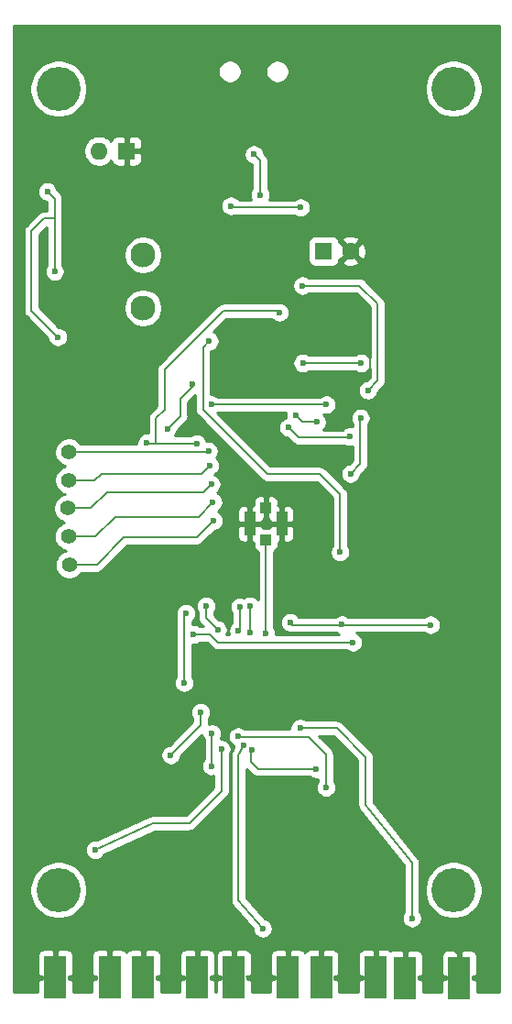
<source format=gbr>
%TF.GenerationSoftware,KiCad,Pcbnew,5.1.8*%
%TF.CreationDate,2020-12-01T22:53:24+08:00*%
%TF.ProjectId,msisdr,6d736973-6472-42e6-9b69-6361645f7063,rev?*%
%TF.SameCoordinates,Original*%
%TF.FileFunction,Copper,L2,Bot*%
%TF.FilePolarity,Positive*%
%FSLAX46Y46*%
G04 Gerber Fmt 4.6, Leading zero omitted, Abs format (unit mm)*
G04 Created by KiCad (PCBNEW 5.1.8) date 2020-12-01 22:53:24*
%MOMM*%
%LPD*%
G01*
G04 APERTURE LIST*
%TA.AperFunction,SMDPad,CuDef*%
%ADD10R,1.050000X2.200000*%
%TD*%
%TA.AperFunction,SMDPad,CuDef*%
%ADD11R,1.000000X1.000000*%
%TD*%
%TA.AperFunction,ComponentPad*%
%ADD12C,4.064000*%
%TD*%
%TA.AperFunction,ComponentPad*%
%ADD13R,1.600000X1.600000*%
%TD*%
%TA.AperFunction,ComponentPad*%
%ADD14C,1.600000*%
%TD*%
%TA.AperFunction,SMDPad,CuDef*%
%ADD15R,2.000000X4.000000*%
%TD*%
%TA.AperFunction,ComponentPad*%
%ADD16C,0.400000*%
%TD*%
%TA.AperFunction,ComponentPad*%
%ADD17C,2.300000*%
%TD*%
%TA.AperFunction,ComponentPad*%
%ADD18C,1.400000*%
%TD*%
%TA.AperFunction,ComponentPad*%
%ADD19O,1.600000X1.600000*%
%TD*%
%TA.AperFunction,ViaPad*%
%ADD20C,0.600000*%
%TD*%
%TA.AperFunction,Conductor*%
%ADD21C,0.200000*%
%TD*%
%TA.AperFunction,Conductor*%
%ADD22C,0.254000*%
%TD*%
%TA.AperFunction,Conductor*%
%ADD23C,0.100000*%
%TD*%
G04 APERTURE END LIST*
D10*
%TO.P,J12,2*%
%TO.N,LBAND-INB*%
X138635000Y-90170000D03*
X135685000Y-90170000D03*
D11*
X137160000Y-88670000D03*
%TO.P,J12,1*%
%TO.N,LNAND_IN*%
X137160000Y-91670000D03*
%TD*%
D12*
%TO.P,REF\u002A\u002A,1*%
%TO.N,N/C*%
X154500000Y-124000000D03*
%TD*%
%TO.P,REF\u002A\u002A,1*%
%TO.N,N/C*%
X118000000Y-124000000D03*
%TD*%
%TO.P,REF\u002A\u002A,1*%
%TO.N,N/C*%
X154500000Y-50000000D03*
%TD*%
%TO.P,REF\u002A\u002A,1*%
%TO.N,N/C*%
X118000000Y-50000000D03*
%TD*%
D13*
%TO.P,C35,1*%
%TO.N,VDIG*%
X142499000Y-64986000D03*
D14*
%TO.P,C35,2*%
%TO.N,LBAND-INB*%
X144999000Y-64986000D03*
%TD*%
D15*
%TO.P,J6,2*%
%TO.N,LBAND-INB*%
X130829000Y-132076000D03*
D16*
X131204000Y-132826000D03*
X130454000Y-132826000D03*
X131204000Y-132076000D03*
X130454000Y-132076000D03*
X131204000Y-131326000D03*
X130454000Y-131326000D03*
D15*
%TO.P,J6,3*%
X125829000Y-132076000D03*
D16*
X125454000Y-132826000D03*
X126204000Y-132826000D03*
X125454000Y-132076000D03*
X126204000Y-132076000D03*
X125454000Y-131326000D03*
X126204000Y-131326000D03*
%TD*%
D15*
%TO.P,J7,2*%
%TO.N,LBAND-INB*%
X147300320Y-132094600D03*
D16*
X147675320Y-132844600D03*
X146925320Y-132844600D03*
X147675320Y-132094600D03*
X146925320Y-132094600D03*
X147675320Y-131344600D03*
X146925320Y-131344600D03*
D15*
%TO.P,J7,3*%
X142300320Y-132094600D03*
D16*
X141925320Y-132844600D03*
X142675320Y-132844600D03*
X141925320Y-132094600D03*
X142675320Y-132094600D03*
X141925320Y-131344600D03*
X142675320Y-131344600D03*
%TD*%
D15*
%TO.P,J8,2*%
%TO.N,LBAND-INB*%
X122705500Y-132069200D03*
D16*
X123080500Y-132819200D03*
X122330500Y-132819200D03*
X123080500Y-132069200D03*
X122330500Y-132069200D03*
X123080500Y-131319200D03*
X122330500Y-131319200D03*
D15*
%TO.P,J8,3*%
X117705500Y-132069200D03*
D16*
X117330500Y-132819200D03*
X118080500Y-132819200D03*
X117330500Y-132069200D03*
X118080500Y-132069200D03*
X117330500Y-131319200D03*
X118080500Y-131319200D03*
%TD*%
D15*
%TO.P,J9,2*%
%TO.N,LBAND-INB*%
X139202800Y-132069200D03*
D16*
X139577800Y-132819200D03*
X138827800Y-132819200D03*
X139577800Y-132069200D03*
X138827800Y-132069200D03*
X139577800Y-131319200D03*
X138827800Y-131319200D03*
D15*
%TO.P,J9,3*%
X134202800Y-132069200D03*
D16*
X133827800Y-132819200D03*
X134577800Y-132819200D03*
X133827800Y-132069200D03*
X134577800Y-132069200D03*
X133827800Y-131319200D03*
X134577800Y-131319200D03*
%TD*%
D15*
%TO.P,J10,2*%
%TO.N,LBAND-INB*%
X155039700Y-132122540D03*
D16*
X155414700Y-132872540D03*
X154664700Y-132872540D03*
X155414700Y-132122540D03*
X154664700Y-132122540D03*
X155414700Y-131372540D03*
X154664700Y-131372540D03*
D15*
%TO.P,J10,3*%
X150039700Y-132122540D03*
D16*
X149664700Y-132872540D03*
X150414700Y-132872540D03*
X149664700Y-132122540D03*
X150414700Y-132122540D03*
X149664700Y-131372540D03*
X150414700Y-131372540D03*
%TD*%
D17*
%TO.P,Y1,1*%
%TO.N,Net-(C9-Pad2)*%
X125809000Y-70236000D03*
%TO.P,Y1,2*%
%TO.N,Net-(C10-Pad2)*%
X125809000Y-65336000D03*
%TD*%
D18*
%TO.P,J1,1*%
%TO.N,Net-(C41-Pad2)*%
X118949000Y-83556000D03*
%TD*%
%TO.P,J2,1*%
%TO.N,Net-(J2-Pad1)*%
X118929000Y-86156000D03*
%TD*%
%TO.P,J3,1*%
%TO.N,Net-(J3-Pad1)*%
X118869000Y-88746000D03*
%TD*%
%TO.P,J4,1*%
%TO.N,Net-(J4-Pad1)*%
X118899000Y-91336000D03*
%TD*%
%TO.P,J5,1*%
%TO.N,Net-(J5-Pad1)*%
X118979000Y-93966000D03*
%TD*%
D13*
%TO.P,D5,1*%
%TO.N,LBAND-INB*%
X124290000Y-55740000D03*
D19*
%TO.P,D5,2*%
%TO.N,Net-(D5-Pad2)*%
X121750000Y-55740000D03*
%TD*%
D20*
%TO.N,VDDI*%
X130484880Y-100398580D03*
X145919000Y-80416000D03*
X145219000Y-101116000D03*
X144979000Y-85546000D03*
X132119000Y-79176000D03*
X142759000Y-79166000D03*
%TO.N,VDIG*%
X140370000Y-60970000D03*
X133920000Y-60810000D03*
X117930000Y-72920000D03*
X116960000Y-59480000D03*
X117640000Y-66870000D03*
X138409000Y-70656000D03*
X146599000Y-77846000D03*
X140549000Y-68176000D03*
X130779000Y-82766000D03*
X126169000Y-82706000D03*
%TO.N,V18-SYNTH*%
X145979000Y-75336000D03*
X140569000Y-75336000D03*
%TO.N,VRF*%
X144200000Y-99490000D03*
X139399000Y-99276000D03*
X152389000Y-99506000D03*
%TO.N,Net-(C14-Pad2)*%
X142722600Y-114523520D03*
X134599680Y-109819440D03*
%TO.N,Net-(C15-Pad2)*%
X141828520Y-112816640D03*
X135856980Y-111061500D03*
%TO.N,Net-(C16-Pad2)*%
X132176520Y-109550200D03*
X132110480Y-112557560D03*
%TO.N,Net-(C22-Pad1)*%
X131627880Y-97756980D03*
X132694680Y-99974400D03*
%TO.N,USB_DP*%
X136629000Y-59806000D03*
X136059000Y-56066000D03*
%TO.N,I_IN_P*%
X144899000Y-82116000D03*
X139229000Y-81286000D03*
%TO.N,I_IN_N*%
X141869000Y-80786000D03*
X139909000Y-80196000D03*
%TO.N,SPI_DATA*%
X129609000Y-104866000D03*
X129769000Y-98446000D03*
%TO.N,SPI_CLK*%
X128039000Y-81426000D03*
X130370000Y-77310000D03*
%TO.N,VHF_120_250MHZ*%
X133045200Y-110992920D03*
X121383120Y-120282680D03*
%TO.N,UHF_400_1000MHZ*%
X136870440Y-127548640D03*
X135087360Y-110611920D03*
%TO.N,VHF_50_120MHZ*%
X140314680Y-109042200D03*
X150664120Y-126598440D03*
%TO.N,LNAND_IN*%
X137160000Y-100330000D03*
%TO.N,LBAND-INB*%
X130280000Y-55170000D03*
X138280000Y-55910000D03*
X131660000Y-69510000D03*
X130640000Y-80750000D03*
X116689000Y-77656000D03*
X119089000Y-77646000D03*
X146620000Y-76596000D03*
X146150000Y-72070000D03*
X137312400Y-121904760D03*
X137411460Y-117187980D03*
X148209000Y-110175040D03*
X148153120Y-114952780D03*
X148717000Y-97414080D03*
X148777960Y-105481120D03*
X150444200Y-94947740D03*
X142737840Y-92613480D03*
X134630160Y-95341440D03*
X136429000Y-105496000D03*
X144059000Y-105486000D03*
X144999000Y-61596000D03*
X134309000Y-62056000D03*
%TO.N,Net-(J3-Pad1)*%
X132119000Y-86516000D03*
%TO.N,Net-(C17-Pad2)*%
X131124960Y-107579160D03*
X128358900Y-111541560D03*
%TO.N,Net-(C22-Pad2)*%
X134757160Y-97820480D03*
X134612380Y-100032820D03*
%TO.N,Net-(C23-Pad1)*%
X135666480Y-97749360D03*
X135674100Y-100261420D03*
%TO.N,Net-(J2-Pad1)*%
X131979000Y-84806000D03*
%TO.N,Net-(J4-Pad1)*%
X132269000Y-88176000D03*
%TO.N,Net-(J5-Pad1)*%
X132339000Y-89876000D03*
%TO.N,Net-(C41-Pad2)*%
X131869000Y-83466000D03*
%TO.N,Net-(C42-Pad2)*%
X131930000Y-73300000D03*
X144020000Y-92810000D03*
%TD*%
D21*
%TO.N,VDDI*%
X130484880Y-100398580D02*
X132006340Y-100398580D01*
X132723760Y-101116000D02*
X145219000Y-101116000D01*
X132006340Y-100398580D02*
X132723760Y-101116000D01*
X130484880Y-100398580D02*
X130482340Y-100398580D01*
X145889000Y-84636000D02*
X144979000Y-85546000D01*
X145889000Y-80446000D02*
X145889000Y-84636000D01*
X145889000Y-80446000D02*
X145919000Y-80416000D01*
X145219000Y-101116000D02*
X145069000Y-101266000D01*
X142749000Y-79176000D02*
X132119000Y-79176000D01*
X142759000Y-79166000D02*
X142749000Y-79176000D01*
%TO.N,VDIG*%
X134080000Y-60970000D02*
X140370000Y-60970000D01*
X133920000Y-60810000D02*
X134080000Y-60970000D01*
X117420000Y-61970000D02*
X116680000Y-61970000D01*
X115500000Y-70490000D02*
X117930000Y-72920000D01*
X115500000Y-63890000D02*
X115500000Y-70490000D01*
X117420000Y-61970000D02*
X117640000Y-61970000D01*
X115500000Y-63150000D02*
X115500000Y-63890000D01*
X116680000Y-61970000D02*
X115500000Y-63150000D01*
X116960000Y-59480000D02*
X117640000Y-60160000D01*
X117640000Y-60160000D02*
X117640000Y-61970000D01*
X117640000Y-61970000D02*
X117640000Y-66870000D01*
X127019000Y-82766000D02*
X127019000Y-80386000D01*
X127790000Y-79615000D02*
X127019000Y-80386000D01*
X127790000Y-75955000D02*
X127790000Y-79615000D01*
X133229000Y-70516000D02*
X127790000Y-75955000D01*
X134699000Y-70516000D02*
X133229000Y-70516000D01*
X138269000Y-70516000D02*
X134699000Y-70516000D01*
X138269000Y-70516000D02*
X138409000Y-70656000D01*
X147489000Y-76956000D02*
X147489000Y-69856000D01*
X146599000Y-77846000D02*
X147489000Y-76956000D01*
X145809000Y-68176000D02*
X140549000Y-68176000D01*
X147489000Y-69856000D02*
X145809000Y-68176000D01*
X126229000Y-82766000D02*
X127019000Y-82766000D01*
X127019000Y-82766000D02*
X130779000Y-82766000D01*
X126169000Y-82706000D02*
X126229000Y-82766000D01*
%TO.N,V18-SYNTH*%
X140569000Y-75336000D02*
X145979000Y-75336000D01*
%TO.N,VRF*%
X144140000Y-99430000D02*
X144140000Y-99506000D01*
X144184000Y-99474000D02*
X144140000Y-99430000D01*
X144184000Y-99506000D02*
X144184000Y-99474000D01*
X144200000Y-99490000D02*
X144184000Y-99506000D01*
X139629000Y-99506000D02*
X144140000Y-99506000D01*
X139399000Y-99276000D02*
X139629000Y-99506000D01*
X144140000Y-99506000D02*
X152389000Y-99506000D01*
%TO.N,Net-(C14-Pad2)*%
X142722600Y-111455200D02*
X142722600Y-114523520D01*
X141147800Y-109880400D02*
X142722600Y-111455200D01*
X134660640Y-109880400D02*
X141147800Y-109880400D01*
X134599680Y-109819440D02*
X134660640Y-109880400D01*
%TO.N,Net-(C15-Pad2)*%
X136423400Y-112816640D02*
X141828520Y-112816640D01*
X135793480Y-112186720D02*
X136423400Y-112816640D01*
X135793480Y-111125000D02*
X135793480Y-112186720D01*
X135856980Y-111061500D02*
X135793480Y-111125000D01*
%TO.N,Net-(C16-Pad2)*%
X132176520Y-112491520D02*
X132176520Y-109550200D01*
X132110480Y-112557560D02*
X132176520Y-112491520D01*
%TO.N,Net-(C22-Pad1)*%
X131627880Y-98907600D02*
X131627880Y-97756980D01*
X132694680Y-99974400D02*
X131627880Y-98907600D01*
%TO.N,USB_DP*%
X136629000Y-56636000D02*
X136629000Y-59806000D01*
X136059000Y-56066000D02*
X136629000Y-56636000D01*
%TO.N,I_IN_P*%
X144809000Y-82206000D02*
X144899000Y-82116000D01*
X140149000Y-82206000D02*
X144809000Y-82206000D01*
X139229000Y-81286000D02*
X140149000Y-82206000D01*
%TO.N,I_IN_N*%
X140499000Y-80786000D02*
X141869000Y-80786000D01*
X139909000Y-80196000D02*
X140499000Y-80786000D01*
%TO.N,SPI_DATA*%
X129619000Y-104856000D02*
X129609000Y-104866000D01*
X129619000Y-98596000D02*
X129619000Y-104856000D01*
X129769000Y-98446000D02*
X129619000Y-98596000D01*
%TO.N,SPI_CLK*%
X130370000Y-77310000D02*
X130370000Y-77530000D01*
X129250000Y-80215000D02*
X128039000Y-81426000D01*
X129250000Y-78650000D02*
X129250000Y-80215000D01*
X130370000Y-77530000D02*
X129250000Y-78650000D01*
X130370000Y-77330000D02*
X130370000Y-77310000D01*
%TO.N,VHF_120_250MHZ*%
X133045200Y-110992920D02*
X133075680Y-111023400D01*
X133075680Y-111023400D02*
X133075680Y-114833400D01*
X133075680Y-114833400D02*
X130088640Y-117820440D01*
X130088640Y-117820440D02*
X126705360Y-117820440D01*
X126705360Y-117820440D02*
X121383120Y-120282680D01*
%TO.N,UHF_400_1000MHZ*%
X134635240Y-124927360D02*
X136870440Y-127548640D01*
X134635240Y-111531400D02*
X134635240Y-124927360D01*
X135087360Y-110611920D02*
X134635240Y-111531400D01*
%TO.N,VHF_50_120MHZ*%
X140314680Y-109042200D02*
X140317220Y-109039660D01*
X140317220Y-109039660D02*
X143710660Y-109039660D01*
X143710660Y-109039660D02*
X146380200Y-111709200D01*
X146380200Y-111709200D02*
X146380200Y-116128800D01*
X146380200Y-116128800D02*
X150664120Y-121472720D01*
X150664120Y-121472720D02*
X150664120Y-126598440D01*
%TO.N,LNAND_IN*%
X137160000Y-100330000D02*
X137160000Y-91440000D01*
%TO.N,LBAND-INB*%
X137540000Y-55170000D02*
X130280000Y-55170000D01*
X138280000Y-55910000D02*
X137540000Y-55170000D01*
X137600000Y-62056000D02*
X137600000Y-69050000D01*
X137140000Y-69510000D02*
X131660000Y-69510000D01*
X137600000Y-69050000D02*
X137140000Y-69510000D01*
X142190000Y-94020000D02*
X142773400Y-94020000D01*
X141190000Y-93020000D02*
X142190000Y-94020000D01*
X141190000Y-88700000D02*
X141190000Y-93020000D01*
X139740000Y-87250000D02*
X141190000Y-88700000D01*
X137140000Y-87250000D02*
X139740000Y-87250000D01*
X130640000Y-80750000D02*
X137140000Y-87250000D01*
X119079000Y-77656000D02*
X116689000Y-77656000D01*
X119089000Y-77646000D02*
X119079000Y-77656000D01*
X146750000Y-72670000D02*
X146150000Y-72070000D01*
X146750000Y-76466000D02*
X146750000Y-72670000D01*
X146750000Y-76466000D02*
X146620000Y-76596000D01*
X150039700Y-132122540D02*
X150039700Y-129418080D01*
X150037800Y-129509520D02*
X150037800Y-129418080D01*
X150037800Y-129419980D02*
X150037800Y-129509520D01*
X150039700Y-129418080D02*
X150037800Y-129419980D01*
X147300320Y-132094600D02*
X147300320Y-129549520D01*
X147300320Y-129549520D02*
X147431760Y-129418080D01*
X142300320Y-132094600D02*
X142300320Y-129581280D01*
X142300320Y-129581280D02*
X142463520Y-129418080D01*
X134202800Y-132069200D02*
X134202800Y-129473320D01*
X134202800Y-129473320D02*
X134147560Y-129418080D01*
X139202800Y-132069200D02*
X139202800Y-129563500D01*
X139202800Y-129563500D02*
X139057380Y-129418080D01*
X130829000Y-132076000D02*
X130829000Y-129739340D01*
X130829000Y-129739340D02*
X130507740Y-129418080D01*
X125829000Y-132076000D02*
X125829000Y-129588200D01*
X125829000Y-129588200D02*
X125658880Y-129418080D01*
X122705500Y-132069200D02*
X122705500Y-129578740D01*
X122705500Y-129578740D02*
X122544840Y-129418080D01*
X117705500Y-132069200D02*
X117705500Y-129647320D01*
X117705500Y-129647320D02*
X117934740Y-129418080D01*
X117934740Y-129418080D02*
X122544840Y-129418080D01*
X155011120Y-130032760D02*
X155011120Y-132093960D01*
X154396440Y-129418080D02*
X155011120Y-130032760D01*
X150037800Y-129418080D02*
X154396440Y-129418080D01*
X147431760Y-129418080D02*
X150037800Y-129418080D01*
X142463520Y-129418080D02*
X147431760Y-129418080D01*
X139057380Y-129418080D02*
X142463520Y-129418080D01*
X130507740Y-129418080D02*
X134147560Y-129418080D01*
X134147560Y-129418080D02*
X139057380Y-129418080D01*
X125658880Y-129418080D02*
X126149100Y-129418080D01*
X126149100Y-129418080D02*
X130507740Y-129418080D01*
X122544840Y-129418080D02*
X125658880Y-129418080D01*
X155011120Y-132093960D02*
X155039700Y-132122540D01*
X137312400Y-117287040D02*
X137312400Y-121904760D01*
X137411460Y-117187980D02*
X137312400Y-117287040D01*
X148209000Y-114896900D02*
X148209000Y-110175040D01*
X148153120Y-114952780D02*
X148209000Y-114896900D01*
X144059000Y-105486000D02*
X148773080Y-105486000D01*
X148704300Y-97345500D02*
X142773400Y-97345500D01*
X148704300Y-97401380D02*
X148704300Y-97345500D01*
X148717000Y-97414080D02*
X148704300Y-97401380D01*
X148773080Y-105486000D02*
X148777960Y-105481120D01*
X150444200Y-94947740D02*
X142984220Y-94947740D01*
X142984220Y-94947740D02*
X142773400Y-94736920D01*
X142737840Y-92613480D02*
X142773400Y-92649040D01*
X142773400Y-92649040D02*
X142773400Y-94020000D01*
X142773400Y-94020000D02*
X142773400Y-94736920D01*
X142773400Y-94736920D02*
X142773400Y-96177100D01*
X142773400Y-96177100D02*
X142773400Y-97345500D01*
X144049000Y-105496000D02*
X136429000Y-105496000D01*
X144059000Y-105486000D02*
X144049000Y-105496000D01*
X144539000Y-62056000D02*
X137600000Y-62056000D01*
X137600000Y-62056000D02*
X134309000Y-62056000D01*
X144539000Y-62056000D02*
X144999000Y-61596000D01*
%TO.N,Net-(J3-Pad1)*%
X120969000Y-88746000D02*
X118869000Y-88746000D01*
X122479000Y-87236000D02*
X120969000Y-88746000D01*
X131399000Y-87236000D02*
X122479000Y-87236000D01*
X132119000Y-86516000D02*
X131399000Y-87236000D01*
%TO.N,Net-(C17-Pad2)*%
X131124960Y-108775500D02*
X131124960Y-107579160D01*
X128358900Y-111541560D02*
X131124960Y-108775500D01*
%TO.N,Net-(C22-Pad2)*%
X134757160Y-99888040D02*
X134757160Y-97820480D01*
X134612380Y-100032820D02*
X134757160Y-99888040D01*
%TO.N,Net-(C23-Pad1)*%
X135666480Y-100253800D02*
X135666480Y-97749360D01*
X135674100Y-100261420D02*
X135666480Y-100253800D01*
%TO.N,Net-(J2-Pad1)*%
X121349000Y-86156000D02*
X118929000Y-86156000D01*
X121959000Y-85546000D02*
X121349000Y-86156000D01*
X131239000Y-85546000D02*
X121959000Y-85546000D01*
X131979000Y-84806000D02*
X131239000Y-85546000D01*
%TO.N,Net-(J4-Pad1)*%
X121419000Y-91336000D02*
X118899000Y-91336000D01*
X123239000Y-89516000D02*
X121419000Y-91336000D01*
X130929000Y-89516000D02*
X123239000Y-89516000D01*
X132269000Y-88176000D02*
X130929000Y-89516000D01*
%TO.N,Net-(J5-Pad1)*%
X121519000Y-93966000D02*
X118979000Y-93966000D01*
X124049000Y-91436000D02*
X121519000Y-93966000D01*
X130779000Y-91436000D02*
X124049000Y-91436000D01*
X132339000Y-89876000D02*
X130779000Y-91436000D01*
%TO.N,Net-(C41-Pad2)*%
X118949000Y-83556000D02*
X131779000Y-83556000D01*
X131779000Y-83556000D02*
X131869000Y-83466000D01*
%TO.N,Net-(C42-Pad2)*%
X131930000Y-73300000D02*
X131350000Y-73880000D01*
X131350000Y-73880000D02*
X131350000Y-79650000D01*
X131350000Y-79650000D02*
X137290000Y-85590000D01*
X137290000Y-85590000D02*
X142160000Y-85590000D01*
X142160000Y-85590000D02*
X144020000Y-87450000D01*
X144020000Y-87450000D02*
X144020000Y-92810000D01*
%TD*%
D22*
%TO.N,LBAND-INB*%
X158700400Y-133422320D02*
X156676517Y-133422320D01*
X156674700Y-132408290D01*
X156515950Y-132249540D01*
X156243786Y-132249540D01*
X156244505Y-132246685D01*
X156252779Y-132082412D01*
X156240003Y-131995540D01*
X156515950Y-131995540D01*
X156674700Y-131836790D01*
X156677772Y-130122540D01*
X156665512Y-129998058D01*
X156629202Y-129878360D01*
X156570237Y-129768046D01*
X156490885Y-129671355D01*
X156394194Y-129592003D01*
X156283880Y-129533038D01*
X156164182Y-129496728D01*
X156039700Y-129484468D01*
X155325450Y-129487540D01*
X155166700Y-129646290D01*
X155166700Y-130574482D01*
X155056908Y-130613612D01*
X155036294Y-130624630D01*
X154948346Y-130582900D01*
X154912700Y-130573924D01*
X154912700Y-129646290D01*
X154753950Y-129487540D01*
X154039700Y-129484468D01*
X153915218Y-129496728D01*
X153795520Y-129533038D01*
X153685206Y-129592003D01*
X153588515Y-129671355D01*
X153509163Y-129768046D01*
X153450198Y-129878360D01*
X153413888Y-129998058D01*
X153401628Y-130122540D01*
X153404700Y-131836790D01*
X153563450Y-131995540D01*
X153835614Y-131995540D01*
X153834895Y-131998395D01*
X153826621Y-132162668D01*
X153839397Y-132249540D01*
X153563450Y-132249540D01*
X153404700Y-132408290D01*
X153402883Y-133422320D01*
X151676517Y-133422320D01*
X151674700Y-132408290D01*
X151515950Y-132249540D01*
X151243786Y-132249540D01*
X151244505Y-132246685D01*
X151252779Y-132082412D01*
X151240003Y-131995540D01*
X151515950Y-131995540D01*
X151674700Y-131836790D01*
X151677772Y-130122540D01*
X151665512Y-129998058D01*
X151629202Y-129878360D01*
X151570237Y-129768046D01*
X151490885Y-129671355D01*
X151394194Y-129592003D01*
X151283880Y-129533038D01*
X151164182Y-129496728D01*
X151039700Y-129484468D01*
X150325450Y-129487540D01*
X150166700Y-129646290D01*
X150166700Y-130574482D01*
X150056908Y-130613612D01*
X150036294Y-130624630D01*
X149948346Y-130582900D01*
X149912700Y-130573924D01*
X149912700Y-129646290D01*
X149753950Y-129487540D01*
X149039700Y-129484468D01*
X148915218Y-129496728D01*
X148795520Y-129533038D01*
X148687418Y-129590821D01*
X148654814Y-129564063D01*
X148544500Y-129505098D01*
X148424802Y-129468788D01*
X148300320Y-129456528D01*
X147586070Y-129459600D01*
X147427320Y-129618350D01*
X147427320Y-130546542D01*
X147317528Y-130585672D01*
X147296914Y-130596690D01*
X147208966Y-130554960D01*
X147173320Y-130545984D01*
X147173320Y-129618350D01*
X147014570Y-129459600D01*
X146300320Y-129456528D01*
X146175838Y-129468788D01*
X146056140Y-129505098D01*
X145945826Y-129564063D01*
X145849135Y-129643415D01*
X145769783Y-129740106D01*
X145710818Y-129850420D01*
X145674508Y-129970118D01*
X145662248Y-130094600D01*
X145665320Y-131808850D01*
X145824070Y-131967600D01*
X146096234Y-131967600D01*
X146095515Y-131970455D01*
X146087241Y-132134728D01*
X146100017Y-132221600D01*
X145824070Y-132221600D01*
X145665320Y-132380350D01*
X145663453Y-133422320D01*
X143937187Y-133422320D01*
X143935320Y-132380350D01*
X143776570Y-132221600D01*
X143504406Y-132221600D01*
X143505125Y-132218745D01*
X143513399Y-132054472D01*
X143500623Y-131967600D01*
X143776570Y-131967600D01*
X143935320Y-131808850D01*
X143938392Y-130094600D01*
X143926132Y-129970118D01*
X143889822Y-129850420D01*
X143830857Y-129740106D01*
X143751505Y-129643415D01*
X143654814Y-129564063D01*
X143544500Y-129505098D01*
X143424802Y-129468788D01*
X143300320Y-129456528D01*
X142586070Y-129459600D01*
X142427320Y-129618350D01*
X142427320Y-130546542D01*
X142317528Y-130585672D01*
X142296914Y-130596690D01*
X142208966Y-130554960D01*
X142173320Y-130545984D01*
X142173320Y-129618350D01*
X142014570Y-129459600D01*
X141300320Y-129456528D01*
X141175838Y-129468788D01*
X141056140Y-129505098D01*
X140945826Y-129564063D01*
X140849135Y-129643415D01*
X140769783Y-129740106D01*
X140758348Y-129761498D01*
X140733337Y-129714706D01*
X140653985Y-129618015D01*
X140557294Y-129538663D01*
X140446980Y-129479698D01*
X140327282Y-129443388D01*
X140202800Y-129431128D01*
X139488550Y-129434200D01*
X139329800Y-129592950D01*
X139329800Y-130521142D01*
X139220008Y-130560272D01*
X139199394Y-130571290D01*
X139111446Y-130529560D01*
X139075800Y-130520584D01*
X139075800Y-129592950D01*
X138917050Y-129434200D01*
X138202800Y-129431128D01*
X138078318Y-129443388D01*
X137958620Y-129479698D01*
X137848306Y-129538663D01*
X137751615Y-129618015D01*
X137672263Y-129714706D01*
X137613298Y-129825020D01*
X137576988Y-129944718D01*
X137564728Y-130069200D01*
X137567800Y-131783450D01*
X137726550Y-131942200D01*
X137998714Y-131942200D01*
X137997995Y-131945055D01*
X137989721Y-132109328D01*
X138002497Y-132196200D01*
X137726550Y-132196200D01*
X137567800Y-132354950D01*
X137565887Y-133422320D01*
X135839713Y-133422320D01*
X135837800Y-132354950D01*
X135679050Y-132196200D01*
X135406886Y-132196200D01*
X135407605Y-132193345D01*
X135415879Y-132029072D01*
X135403103Y-131942200D01*
X135679050Y-131942200D01*
X135837800Y-131783450D01*
X135840872Y-130069200D01*
X135828612Y-129944718D01*
X135792302Y-129825020D01*
X135733337Y-129714706D01*
X135653985Y-129618015D01*
X135557294Y-129538663D01*
X135446980Y-129479698D01*
X135327282Y-129443388D01*
X135202800Y-129431128D01*
X134488550Y-129434200D01*
X134329800Y-129592950D01*
X134329800Y-130521142D01*
X134220008Y-130560272D01*
X134199394Y-130571290D01*
X134111446Y-130529560D01*
X134075800Y-130520584D01*
X134075800Y-129592950D01*
X133917050Y-129434200D01*
X133202800Y-129431128D01*
X133078318Y-129443388D01*
X132958620Y-129479698D01*
X132848306Y-129538663D01*
X132751615Y-129618015D01*
X132672263Y-129714706D01*
X132613298Y-129825020D01*
X132576988Y-129944718D01*
X132564728Y-130069200D01*
X132567800Y-131783450D01*
X132726550Y-131942200D01*
X132998714Y-131942200D01*
X132997995Y-131945055D01*
X132989721Y-132109328D01*
X133002497Y-132196200D01*
X132726550Y-132196200D01*
X132567800Y-132354950D01*
X132565887Y-133422320D01*
X132465901Y-133422320D01*
X132464000Y-132361750D01*
X132305250Y-132203000D01*
X132033086Y-132203000D01*
X132033805Y-132200145D01*
X132042079Y-132035872D01*
X132029303Y-131949000D01*
X132305250Y-131949000D01*
X132464000Y-131790250D01*
X132467072Y-130076000D01*
X132454812Y-129951518D01*
X132418502Y-129831820D01*
X132359537Y-129721506D01*
X132280185Y-129624815D01*
X132183494Y-129545463D01*
X132073180Y-129486498D01*
X131953482Y-129450188D01*
X131829000Y-129437928D01*
X131114750Y-129441000D01*
X130956000Y-129599750D01*
X130956000Y-130527942D01*
X130846208Y-130567072D01*
X130825594Y-130578090D01*
X130737646Y-130536360D01*
X130702000Y-130527384D01*
X130702000Y-129599750D01*
X130543250Y-129441000D01*
X129829000Y-129437928D01*
X129704518Y-129450188D01*
X129584820Y-129486498D01*
X129474506Y-129545463D01*
X129377815Y-129624815D01*
X129298463Y-129721506D01*
X129239498Y-129831820D01*
X129203188Y-129951518D01*
X129190928Y-130076000D01*
X129194000Y-131790250D01*
X129352750Y-131949000D01*
X129624914Y-131949000D01*
X129624195Y-131951855D01*
X129615921Y-132116128D01*
X129628697Y-132203000D01*
X129352750Y-132203000D01*
X129194000Y-132361750D01*
X129192099Y-133422320D01*
X127465901Y-133422320D01*
X127464000Y-132361750D01*
X127305250Y-132203000D01*
X127033086Y-132203000D01*
X127033805Y-132200145D01*
X127042079Y-132035872D01*
X127029303Y-131949000D01*
X127305250Y-131949000D01*
X127464000Y-131790250D01*
X127467072Y-130076000D01*
X127454812Y-129951518D01*
X127418502Y-129831820D01*
X127359537Y-129721506D01*
X127280185Y-129624815D01*
X127183494Y-129545463D01*
X127073180Y-129486498D01*
X126953482Y-129450188D01*
X126829000Y-129437928D01*
X126114750Y-129441000D01*
X125956000Y-129599750D01*
X125956000Y-130527942D01*
X125846208Y-130567072D01*
X125825594Y-130578090D01*
X125737646Y-130536360D01*
X125702000Y-130527384D01*
X125702000Y-129599750D01*
X125543250Y-129441000D01*
X124829000Y-129437928D01*
X124704518Y-129450188D01*
X124584820Y-129486498D01*
X124474506Y-129545463D01*
X124377815Y-129624815D01*
X124298463Y-129721506D01*
X124269067Y-129776500D01*
X124236037Y-129714706D01*
X124156685Y-129618015D01*
X124059994Y-129538663D01*
X123949680Y-129479698D01*
X123829982Y-129443388D01*
X123705500Y-129431128D01*
X122991250Y-129434200D01*
X122832500Y-129592950D01*
X122832500Y-130521142D01*
X122722708Y-130560272D01*
X122702094Y-130571290D01*
X122614146Y-130529560D01*
X122578500Y-130520584D01*
X122578500Y-129592950D01*
X122419750Y-129434200D01*
X121705500Y-129431128D01*
X121581018Y-129443388D01*
X121461320Y-129479698D01*
X121351006Y-129538663D01*
X121254315Y-129618015D01*
X121174963Y-129714706D01*
X121115998Y-129825020D01*
X121079688Y-129944718D01*
X121067428Y-130069200D01*
X121070500Y-131783450D01*
X121229250Y-131942200D01*
X121501414Y-131942200D01*
X121500695Y-131945055D01*
X121492421Y-132109328D01*
X121505197Y-132196200D01*
X121229250Y-132196200D01*
X121070500Y-132354950D01*
X121068587Y-133422320D01*
X119342413Y-133422320D01*
X119340500Y-132354950D01*
X119181750Y-132196200D01*
X118909586Y-132196200D01*
X118910305Y-132193345D01*
X118918579Y-132029072D01*
X118905803Y-131942200D01*
X119181750Y-131942200D01*
X119340500Y-131783450D01*
X119343572Y-130069200D01*
X119331312Y-129944718D01*
X119295002Y-129825020D01*
X119236037Y-129714706D01*
X119156685Y-129618015D01*
X119059994Y-129538663D01*
X118949680Y-129479698D01*
X118829982Y-129443388D01*
X118705500Y-129431128D01*
X117991250Y-129434200D01*
X117832500Y-129592950D01*
X117832500Y-130521142D01*
X117722708Y-130560272D01*
X117702094Y-130571290D01*
X117614146Y-130529560D01*
X117578500Y-130520584D01*
X117578500Y-129592950D01*
X117419750Y-129434200D01*
X116705500Y-129431128D01*
X116581018Y-129443388D01*
X116461320Y-129479698D01*
X116351006Y-129538663D01*
X116254315Y-129618015D01*
X116174963Y-129714706D01*
X116115998Y-129825020D01*
X116079688Y-129944718D01*
X116067428Y-130069200D01*
X116070500Y-131783450D01*
X116229250Y-131942200D01*
X116501414Y-131942200D01*
X116500695Y-131945055D01*
X116492421Y-132109328D01*
X116505197Y-132196200D01*
X116229250Y-132196200D01*
X116070500Y-132354950D01*
X116068587Y-133422320D01*
X113841600Y-133422320D01*
X113841600Y-123737323D01*
X115333000Y-123737323D01*
X115333000Y-124262677D01*
X115435492Y-124777935D01*
X115636536Y-125263298D01*
X115928406Y-125700113D01*
X116299887Y-126071594D01*
X116736702Y-126363464D01*
X117222065Y-126564508D01*
X117737323Y-126667000D01*
X118262677Y-126667000D01*
X118777935Y-126564508D01*
X119263298Y-126363464D01*
X119700113Y-126071594D01*
X120071594Y-125700113D01*
X120363464Y-125263298D01*
X120564508Y-124777935D01*
X120667000Y-124262677D01*
X120667000Y-123737323D01*
X120564508Y-123222065D01*
X120363464Y-122736702D01*
X120071594Y-122299887D01*
X119700113Y-121928406D01*
X119263298Y-121636536D01*
X118777935Y-121435492D01*
X118262677Y-121333000D01*
X117737323Y-121333000D01*
X117222065Y-121435492D01*
X116736702Y-121636536D01*
X116299887Y-121928406D01*
X115928406Y-122299887D01*
X115636536Y-122736702D01*
X115435492Y-123222065D01*
X115333000Y-123737323D01*
X113841600Y-123737323D01*
X113841600Y-120190591D01*
X120448120Y-120190591D01*
X120448120Y-120374769D01*
X120484052Y-120555409D01*
X120554534Y-120725569D01*
X120656858Y-120878708D01*
X120787092Y-121008942D01*
X120940231Y-121111266D01*
X121110391Y-121181748D01*
X121291031Y-121217680D01*
X121475209Y-121217680D01*
X121655849Y-121181748D01*
X121826009Y-121111266D01*
X121979148Y-121008942D01*
X122109382Y-120878708D01*
X122211706Y-120725569D01*
X122220097Y-120705311D01*
X126867141Y-118555440D01*
X130052535Y-118555440D01*
X130088640Y-118558996D01*
X130124745Y-118555440D01*
X130232725Y-118544805D01*
X130371273Y-118502777D01*
X130498960Y-118434527D01*
X130610878Y-118342678D01*
X130633899Y-118314627D01*
X133569873Y-115378654D01*
X133597918Y-115355638D01*
X133689767Y-115243720D01*
X133758017Y-115116033D01*
X133800045Y-114977485D01*
X133810680Y-114869505D01*
X133810680Y-114869496D01*
X133814235Y-114833401D01*
X133810680Y-114797306D01*
X133810680Y-111530254D01*
X133873786Y-111435809D01*
X133944268Y-111265649D01*
X133980200Y-111085009D01*
X133980200Y-110900831D01*
X133944268Y-110720191D01*
X133873786Y-110550031D01*
X133771462Y-110396892D01*
X133641228Y-110266658D01*
X133488089Y-110164334D01*
X133317929Y-110093852D01*
X133137289Y-110057920D01*
X132961787Y-110057920D01*
X133005106Y-109993089D01*
X133075588Y-109822929D01*
X133094599Y-109727351D01*
X133664680Y-109727351D01*
X133664680Y-109911529D01*
X133700612Y-110092169D01*
X133771094Y-110262329D01*
X133873418Y-110415468D01*
X134003652Y-110545702D01*
X134152360Y-110645065D01*
X134152360Y-110704009D01*
X134172714Y-110806336D01*
X133981160Y-111195904D01*
X133952903Y-111248768D01*
X133938749Y-111295427D01*
X133921630Y-111341071D01*
X133917782Y-111364547D01*
X133910875Y-111387316D01*
X133906096Y-111435835D01*
X133898210Y-111483946D01*
X133900240Y-111543844D01*
X133900241Y-124861952D01*
X133899007Y-124868831D01*
X133900241Y-124934311D01*
X133900241Y-124963465D01*
X133900920Y-124970363D01*
X133901735Y-125013587D01*
X133908001Y-125042253D01*
X133910876Y-125071445D01*
X133923422Y-125112804D01*
X133932652Y-125155030D01*
X133944387Y-125181918D01*
X133952904Y-125209993D01*
X133973278Y-125248110D01*
X133990568Y-125287724D01*
X134007324Y-125311806D01*
X134021154Y-125337680D01*
X134048576Y-125371093D01*
X134052538Y-125376788D01*
X134071471Y-125398991D01*
X134113003Y-125449598D01*
X134118403Y-125454030D01*
X135935440Y-127584920D01*
X135935440Y-127640729D01*
X135971372Y-127821369D01*
X136041854Y-127991529D01*
X136144178Y-128144668D01*
X136274412Y-128274902D01*
X136427551Y-128377226D01*
X136597711Y-128447708D01*
X136778351Y-128483640D01*
X136962529Y-128483640D01*
X137143169Y-128447708D01*
X137313329Y-128377226D01*
X137466468Y-128274902D01*
X137596702Y-128144668D01*
X137699026Y-127991529D01*
X137769508Y-127821369D01*
X137805440Y-127640729D01*
X137805440Y-127456551D01*
X137769508Y-127275911D01*
X137699026Y-127105751D01*
X137596702Y-126952612D01*
X137466468Y-126822378D01*
X137313329Y-126720054D01*
X137143169Y-126649572D01*
X137054728Y-126631980D01*
X135370240Y-124656536D01*
X135370240Y-112802926D01*
X135878146Y-113310833D01*
X135901162Y-113338878D01*
X136013080Y-113430727D01*
X136140767Y-113498977D01*
X136279315Y-113541005D01*
X136387295Y-113551640D01*
X136387304Y-113551640D01*
X136423399Y-113555195D01*
X136459494Y-113551640D01*
X141245569Y-113551640D01*
X141385631Y-113645226D01*
X141555791Y-113715708D01*
X141736431Y-113751640D01*
X141920609Y-113751640D01*
X141987601Y-113738314D01*
X141987601Y-113940568D01*
X141894014Y-114080631D01*
X141823532Y-114250791D01*
X141787600Y-114431431D01*
X141787600Y-114615609D01*
X141823532Y-114796249D01*
X141894014Y-114966409D01*
X141996338Y-115119548D01*
X142126572Y-115249782D01*
X142279711Y-115352106D01*
X142449871Y-115422588D01*
X142630511Y-115458520D01*
X142814689Y-115458520D01*
X142995329Y-115422588D01*
X143165489Y-115352106D01*
X143318628Y-115249782D01*
X143448862Y-115119548D01*
X143551186Y-114966409D01*
X143621668Y-114796249D01*
X143657600Y-114615609D01*
X143657600Y-114431431D01*
X143621668Y-114250791D01*
X143551186Y-114080631D01*
X143457600Y-113940569D01*
X143457600Y-111491305D01*
X143461156Y-111455200D01*
X143446965Y-111311115D01*
X143404937Y-111172566D01*
X143336687Y-111044880D01*
X143267853Y-110961006D01*
X143267850Y-110961003D01*
X143244837Y-110932962D01*
X143216797Y-110909950D01*
X142081506Y-109774660D01*
X143406214Y-109774660D01*
X145645200Y-112013647D01*
X145645201Y-116124543D01*
X145644418Y-116192747D01*
X145651866Y-116232572D01*
X145655836Y-116272885D01*
X145665140Y-116303557D01*
X145671032Y-116335063D01*
X145686104Y-116372667D01*
X145697864Y-116411433D01*
X145712972Y-116439698D01*
X145724898Y-116469452D01*
X145747018Y-116503394D01*
X145766114Y-116539120D01*
X145809347Y-116591800D01*
X149929120Y-121730957D01*
X149929121Y-126015488D01*
X149835534Y-126155551D01*
X149765052Y-126325711D01*
X149729120Y-126506351D01*
X149729120Y-126690529D01*
X149765052Y-126871169D01*
X149835534Y-127041329D01*
X149937858Y-127194468D01*
X150068092Y-127324702D01*
X150221231Y-127427026D01*
X150391391Y-127497508D01*
X150572031Y-127533440D01*
X150756209Y-127533440D01*
X150936849Y-127497508D01*
X151107009Y-127427026D01*
X151260148Y-127324702D01*
X151390382Y-127194468D01*
X151492706Y-127041329D01*
X151563188Y-126871169D01*
X151599120Y-126690529D01*
X151599120Y-126506351D01*
X151563188Y-126325711D01*
X151492706Y-126155551D01*
X151399120Y-126015489D01*
X151399120Y-123737323D01*
X151833000Y-123737323D01*
X151833000Y-124262677D01*
X151935492Y-124777935D01*
X152136536Y-125263298D01*
X152428406Y-125700113D01*
X152799887Y-126071594D01*
X153236702Y-126363464D01*
X153722065Y-126564508D01*
X154237323Y-126667000D01*
X154762677Y-126667000D01*
X155277935Y-126564508D01*
X155763298Y-126363464D01*
X156200113Y-126071594D01*
X156571594Y-125700113D01*
X156863464Y-125263298D01*
X157064508Y-124777935D01*
X157167000Y-124262677D01*
X157167000Y-123737323D01*
X157064508Y-123222065D01*
X156863464Y-122736702D01*
X156571594Y-122299887D01*
X156200113Y-121928406D01*
X155763298Y-121636536D01*
X155277935Y-121435492D01*
X154762677Y-121333000D01*
X154237323Y-121333000D01*
X153722065Y-121435492D01*
X153236702Y-121636536D01*
X152799887Y-121928406D01*
X152428406Y-122299887D01*
X152136536Y-122736702D01*
X151935492Y-123222065D01*
X151833000Y-123737323D01*
X151399120Y-123737323D01*
X151399120Y-121476848D01*
X151399902Y-121408771D01*
X151392456Y-121368955D01*
X151388485Y-121328635D01*
X151379179Y-121297957D01*
X151373288Y-121266456D01*
X151358218Y-121228859D01*
X151346457Y-121190087D01*
X151331347Y-121161817D01*
X151319422Y-121132067D01*
X151297305Y-121098130D01*
X151278207Y-121062400D01*
X151234976Y-121009724D01*
X147115200Y-115870563D01*
X147115200Y-111745305D01*
X147118756Y-111709200D01*
X147104565Y-111565115D01*
X147062537Y-111426566D01*
X146994287Y-111298880D01*
X146925453Y-111215006D01*
X146925450Y-111215003D01*
X146902437Y-111186962D01*
X146874397Y-111163950D01*
X144255919Y-108545472D01*
X144232898Y-108517422D01*
X144120980Y-108425573D01*
X143993293Y-108357323D01*
X143854745Y-108315295D01*
X143746765Y-108304660D01*
X143710660Y-108301104D01*
X143674555Y-108304660D01*
X140893829Y-108304660D01*
X140757569Y-108213614D01*
X140587409Y-108143132D01*
X140406769Y-108107200D01*
X140222591Y-108107200D01*
X140041951Y-108143132D01*
X139871791Y-108213614D01*
X139718652Y-108315938D01*
X139588418Y-108446172D01*
X139486094Y-108599311D01*
X139415612Y-108769471D01*
X139379680Y-108950111D01*
X139379680Y-109134289D01*
X139381890Y-109145400D01*
X135247930Y-109145400D01*
X135195708Y-109093178D01*
X135042569Y-108990854D01*
X134872409Y-108920372D01*
X134691769Y-108884440D01*
X134507591Y-108884440D01*
X134326951Y-108920372D01*
X134156791Y-108990854D01*
X134003652Y-109093178D01*
X133873418Y-109223412D01*
X133771094Y-109376551D01*
X133700612Y-109546711D01*
X133664680Y-109727351D01*
X133094599Y-109727351D01*
X133111520Y-109642289D01*
X133111520Y-109458111D01*
X133075588Y-109277471D01*
X133005106Y-109107311D01*
X132902782Y-108954172D01*
X132772548Y-108823938D01*
X132619409Y-108721614D01*
X132449249Y-108651132D01*
X132268609Y-108615200D01*
X132084431Y-108615200D01*
X131903791Y-108651132D01*
X131859960Y-108669287D01*
X131859960Y-108162111D01*
X131953546Y-108022049D01*
X132024028Y-107851889D01*
X132059960Y-107671249D01*
X132059960Y-107487071D01*
X132024028Y-107306431D01*
X131953546Y-107136271D01*
X131851222Y-106983132D01*
X131720988Y-106852898D01*
X131567849Y-106750574D01*
X131397689Y-106680092D01*
X131217049Y-106644160D01*
X131032871Y-106644160D01*
X130852231Y-106680092D01*
X130682071Y-106750574D01*
X130528932Y-106852898D01*
X130398698Y-106983132D01*
X130296374Y-107136271D01*
X130225892Y-107306431D01*
X130189960Y-107487071D01*
X130189960Y-107671249D01*
X130225892Y-107851889D01*
X130296374Y-108022049D01*
X130389961Y-108162111D01*
X130389960Y-108471053D01*
X128251385Y-110609628D01*
X128086171Y-110642492D01*
X127916011Y-110712974D01*
X127762872Y-110815298D01*
X127632638Y-110945532D01*
X127530314Y-111098671D01*
X127459832Y-111268831D01*
X127423900Y-111449471D01*
X127423900Y-111633649D01*
X127459832Y-111814289D01*
X127530314Y-111984449D01*
X127632638Y-112137588D01*
X127762872Y-112267822D01*
X127916011Y-112370146D01*
X128086171Y-112440628D01*
X128266811Y-112476560D01*
X128450989Y-112476560D01*
X128631629Y-112440628D01*
X128801789Y-112370146D01*
X128954928Y-112267822D01*
X129085162Y-112137588D01*
X129187486Y-111984449D01*
X129257968Y-111814289D01*
X129290832Y-111649075D01*
X131250827Y-109689080D01*
X131277452Y-109822929D01*
X131347934Y-109993089D01*
X131441521Y-110133152D01*
X131441520Y-111904230D01*
X131384218Y-111961532D01*
X131281894Y-112114671D01*
X131211412Y-112284831D01*
X131175480Y-112465471D01*
X131175480Y-112649649D01*
X131211412Y-112830289D01*
X131281894Y-113000449D01*
X131384218Y-113153588D01*
X131514452Y-113283822D01*
X131667591Y-113386146D01*
X131837751Y-113456628D01*
X132018391Y-113492560D01*
X132202569Y-113492560D01*
X132340681Y-113465088D01*
X132340681Y-114528952D01*
X129784194Y-117085440D01*
X126726512Y-117085440D01*
X126675375Y-117082493D01*
X126618464Y-117090442D01*
X126561275Y-117096075D01*
X126546881Y-117100441D01*
X126531985Y-117102522D01*
X126477729Y-117121418D01*
X126422727Y-117138103D01*
X126377537Y-117162258D01*
X121599996Y-119372502D01*
X121475209Y-119347680D01*
X121291031Y-119347680D01*
X121110391Y-119383612D01*
X120940231Y-119454094D01*
X120787092Y-119556418D01*
X120656858Y-119686652D01*
X120554534Y-119839791D01*
X120484052Y-120009951D01*
X120448120Y-120190591D01*
X113841600Y-120190591D01*
X113841600Y-104773911D01*
X128674000Y-104773911D01*
X128674000Y-104958089D01*
X128709932Y-105138729D01*
X128780414Y-105308889D01*
X128882738Y-105462028D01*
X129012972Y-105592262D01*
X129166111Y-105694586D01*
X129336271Y-105765068D01*
X129516911Y-105801000D01*
X129701089Y-105801000D01*
X129881729Y-105765068D01*
X130051889Y-105694586D01*
X130205028Y-105592262D01*
X130335262Y-105462028D01*
X130437586Y-105308889D01*
X130508068Y-105138729D01*
X130544000Y-104958089D01*
X130544000Y-104773911D01*
X130508068Y-104593271D01*
X130437586Y-104423111D01*
X130354000Y-104298015D01*
X130354000Y-101325864D01*
X130392791Y-101333580D01*
X130576969Y-101333580D01*
X130757609Y-101297648D01*
X130927769Y-101227166D01*
X131067831Y-101133580D01*
X131701894Y-101133580D01*
X132178506Y-101610193D01*
X132201522Y-101638238D01*
X132313440Y-101730087D01*
X132441127Y-101798337D01*
X132537646Y-101827616D01*
X132579674Y-101840365D01*
X132593892Y-101841765D01*
X132687655Y-101851000D01*
X132687662Y-101851000D01*
X132723759Y-101854555D01*
X132759856Y-101851000D01*
X144623240Y-101851000D01*
X144658681Y-101880086D01*
X144763153Y-101935928D01*
X144776111Y-101944586D01*
X144946271Y-102015068D01*
X145126911Y-102051000D01*
X145311089Y-102051000D01*
X145491729Y-102015068D01*
X145661889Y-101944586D01*
X145815028Y-101842262D01*
X145945262Y-101712028D01*
X146047586Y-101558889D01*
X146118068Y-101388729D01*
X146154000Y-101208089D01*
X146154000Y-101023911D01*
X146118068Y-100843271D01*
X146047586Y-100673111D01*
X145945262Y-100519972D01*
X145815028Y-100389738D01*
X145661889Y-100287414D01*
X145549835Y-100241000D01*
X151806049Y-100241000D01*
X151946111Y-100334586D01*
X152116271Y-100405068D01*
X152296911Y-100441000D01*
X152481089Y-100441000D01*
X152661729Y-100405068D01*
X152831889Y-100334586D01*
X152985028Y-100232262D01*
X153115262Y-100102028D01*
X153217586Y-99948889D01*
X153288068Y-99778729D01*
X153324000Y-99598089D01*
X153324000Y-99413911D01*
X153288068Y-99233271D01*
X153217586Y-99063111D01*
X153115262Y-98909972D01*
X152985028Y-98779738D01*
X152831889Y-98677414D01*
X152661729Y-98606932D01*
X152481089Y-98571000D01*
X152296911Y-98571000D01*
X152116271Y-98606932D01*
X151946111Y-98677414D01*
X151806049Y-98771000D01*
X144803290Y-98771000D01*
X144796028Y-98763738D01*
X144642889Y-98661414D01*
X144472729Y-98590932D01*
X144292089Y-98555000D01*
X144107911Y-98555000D01*
X143927271Y-98590932D01*
X143757111Y-98661414D01*
X143603972Y-98763738D01*
X143596710Y-98771000D01*
X140186085Y-98771000D01*
X140125262Y-98679972D01*
X139995028Y-98549738D01*
X139841889Y-98447414D01*
X139671729Y-98376932D01*
X139491089Y-98341000D01*
X139306911Y-98341000D01*
X139126271Y-98376932D01*
X138956111Y-98447414D01*
X138802972Y-98549738D01*
X138672738Y-98679972D01*
X138570414Y-98833111D01*
X138499932Y-99003271D01*
X138464000Y-99183911D01*
X138464000Y-99368089D01*
X138499932Y-99548729D01*
X138570414Y-99718889D01*
X138672738Y-99872028D01*
X138802972Y-100002262D01*
X138956111Y-100104586D01*
X139126271Y-100175068D01*
X139306911Y-100211000D01*
X139421077Y-100211000D01*
X139452668Y-100220583D01*
X139484914Y-100230365D01*
X139499132Y-100231765D01*
X139592895Y-100241000D01*
X139592902Y-100241000D01*
X139628999Y-100244555D01*
X139665096Y-100241000D01*
X143640995Y-100241000D01*
X143757111Y-100318586D01*
X143907793Y-100381000D01*
X138095000Y-100381000D01*
X138095000Y-100237911D01*
X138059068Y-100057271D01*
X137988586Y-99887111D01*
X137895000Y-99747049D01*
X137895000Y-92762287D01*
X137904180Y-92759502D01*
X138014494Y-92700537D01*
X138111185Y-92621185D01*
X138190537Y-92524494D01*
X138249502Y-92414180D01*
X138285812Y-92294482D01*
X138298072Y-92170000D01*
X138298072Y-91905657D01*
X138349250Y-91905000D01*
X138508000Y-91746250D01*
X138508000Y-90297000D01*
X138762000Y-90297000D01*
X138762000Y-91746250D01*
X138920750Y-91905000D01*
X139160000Y-91908072D01*
X139284482Y-91895812D01*
X139404180Y-91859502D01*
X139514494Y-91800537D01*
X139611185Y-91721185D01*
X139690537Y-91624494D01*
X139749502Y-91514180D01*
X139785812Y-91394482D01*
X139798072Y-91270000D01*
X139795000Y-90455750D01*
X139636250Y-90297000D01*
X138762000Y-90297000D01*
X138508000Y-90297000D01*
X137633750Y-90297000D01*
X137475000Y-90455750D01*
X137474713Y-90531928D01*
X136845287Y-90531928D01*
X136845000Y-90455750D01*
X136686250Y-90297000D01*
X135812000Y-90297000D01*
X135812000Y-91746250D01*
X135970750Y-91905000D01*
X136021928Y-91905657D01*
X136021928Y-92170000D01*
X136034188Y-92294482D01*
X136070498Y-92414180D01*
X136129463Y-92524494D01*
X136208815Y-92621185D01*
X136305506Y-92700537D01*
X136415820Y-92759502D01*
X136425001Y-92762287D01*
X136425000Y-97201610D01*
X136392742Y-97153332D01*
X136262508Y-97023098D01*
X136109369Y-96920774D01*
X135939209Y-96850292D01*
X135758569Y-96814360D01*
X135574391Y-96814360D01*
X135393751Y-96850292D01*
X135223591Y-96920774D01*
X135148875Y-96970697D01*
X135029889Y-96921412D01*
X134849249Y-96885480D01*
X134665071Y-96885480D01*
X134484431Y-96921412D01*
X134314271Y-96991894D01*
X134161132Y-97094218D01*
X134030898Y-97224452D01*
X133928574Y-97377591D01*
X133858092Y-97547751D01*
X133822160Y-97728391D01*
X133822160Y-97912569D01*
X133858092Y-98093209D01*
X133928574Y-98263369D01*
X134022161Y-98403432D01*
X134022160Y-99302677D01*
X134016352Y-99306558D01*
X133886118Y-99436792D01*
X133783794Y-99589931D01*
X133713312Y-99760091D01*
X133677380Y-99940731D01*
X133677380Y-100124909D01*
X133713312Y-100305549D01*
X133744565Y-100381000D01*
X133538297Y-100381000D01*
X133593748Y-100247129D01*
X133629680Y-100066489D01*
X133629680Y-99882311D01*
X133593748Y-99701671D01*
X133523266Y-99531511D01*
X133420942Y-99378372D01*
X133290708Y-99248138D01*
X133137569Y-99145814D01*
X132967409Y-99075332D01*
X132802195Y-99042468D01*
X132362880Y-98603154D01*
X132362880Y-98339931D01*
X132456466Y-98199869D01*
X132526948Y-98029709D01*
X132562880Y-97849069D01*
X132562880Y-97664891D01*
X132526948Y-97484251D01*
X132456466Y-97314091D01*
X132354142Y-97160952D01*
X132223908Y-97030718D01*
X132070769Y-96928394D01*
X131900609Y-96857912D01*
X131719969Y-96821980D01*
X131535791Y-96821980D01*
X131355151Y-96857912D01*
X131184991Y-96928394D01*
X131031852Y-97030718D01*
X130901618Y-97160952D01*
X130799294Y-97314091D01*
X130728812Y-97484251D01*
X130692880Y-97664891D01*
X130692880Y-97849069D01*
X130728812Y-98029709D01*
X130799294Y-98199869D01*
X130892880Y-98339931D01*
X130892880Y-98871494D01*
X130889324Y-98907600D01*
X130903515Y-99051685D01*
X130912008Y-99079681D01*
X130945543Y-99190232D01*
X131013793Y-99317919D01*
X131105642Y-99429837D01*
X131133688Y-99452854D01*
X131344414Y-99663580D01*
X131067831Y-99663580D01*
X130927769Y-99569994D01*
X130757609Y-99499512D01*
X130576969Y-99463580D01*
X130392791Y-99463580D01*
X130354000Y-99471296D01*
X130354000Y-99179631D01*
X130365028Y-99172262D01*
X130495262Y-99042028D01*
X130597586Y-98888889D01*
X130668068Y-98718729D01*
X130704000Y-98538089D01*
X130704000Y-98353911D01*
X130668068Y-98173271D01*
X130597586Y-98003111D01*
X130495262Y-97849972D01*
X130365028Y-97719738D01*
X130211889Y-97617414D01*
X130041729Y-97546932D01*
X129861089Y-97511000D01*
X129676911Y-97511000D01*
X129496271Y-97546932D01*
X129326111Y-97617414D01*
X129172972Y-97719738D01*
X129042738Y-97849972D01*
X128940414Y-98003111D01*
X128869932Y-98173271D01*
X128834000Y-98353911D01*
X128834000Y-98538089D01*
X128869932Y-98718729D01*
X128884000Y-98752693D01*
X128884001Y-104268709D01*
X128882738Y-104269972D01*
X128780414Y-104423111D01*
X128709932Y-104593271D01*
X128674000Y-104773911D01*
X113841600Y-104773911D01*
X113841600Y-88614514D01*
X117534000Y-88614514D01*
X117534000Y-88877486D01*
X117585304Y-89135405D01*
X117685939Y-89378359D01*
X117832038Y-89597013D01*
X118017987Y-89782962D01*
X118236641Y-89929061D01*
X118479595Y-90029696D01*
X118551423Y-90043984D01*
X118509595Y-90052304D01*
X118266641Y-90152939D01*
X118047987Y-90299038D01*
X117862038Y-90484987D01*
X117715939Y-90703641D01*
X117615304Y-90946595D01*
X117564000Y-91204514D01*
X117564000Y-91467486D01*
X117615304Y-91725405D01*
X117715939Y-91968359D01*
X117862038Y-92187013D01*
X118047987Y-92372962D01*
X118266641Y-92519061D01*
X118509595Y-92619696D01*
X118706969Y-92658957D01*
X118589595Y-92682304D01*
X118346641Y-92782939D01*
X118127987Y-92929038D01*
X117942038Y-93114987D01*
X117795939Y-93333641D01*
X117695304Y-93576595D01*
X117644000Y-93834514D01*
X117644000Y-94097486D01*
X117695304Y-94355405D01*
X117795939Y-94598359D01*
X117942038Y-94817013D01*
X118127987Y-95002962D01*
X118346641Y-95149061D01*
X118589595Y-95249696D01*
X118847514Y-95301000D01*
X119110486Y-95301000D01*
X119368405Y-95249696D01*
X119611359Y-95149061D01*
X119830013Y-95002962D01*
X120015962Y-94817013D01*
X120093479Y-94701000D01*
X121482895Y-94701000D01*
X121519000Y-94704556D01*
X121555105Y-94701000D01*
X121663085Y-94690365D01*
X121801633Y-94648337D01*
X121929320Y-94580087D01*
X122041238Y-94488238D01*
X122064259Y-94460188D01*
X124353447Y-92171000D01*
X130742895Y-92171000D01*
X130779000Y-92174556D01*
X130815105Y-92171000D01*
X130923085Y-92160365D01*
X131061633Y-92118337D01*
X131189320Y-92050087D01*
X131301238Y-91958238D01*
X131324258Y-91930188D01*
X131984446Y-91270000D01*
X134521928Y-91270000D01*
X134534188Y-91394482D01*
X134570498Y-91514180D01*
X134629463Y-91624494D01*
X134708815Y-91721185D01*
X134805506Y-91800537D01*
X134915820Y-91859502D01*
X135035518Y-91895812D01*
X135160000Y-91908072D01*
X135399250Y-91905000D01*
X135558000Y-91746250D01*
X135558000Y-90297000D01*
X134683750Y-90297000D01*
X134525000Y-90455750D01*
X134521928Y-91270000D01*
X131984446Y-91270000D01*
X132446515Y-90807931D01*
X132611729Y-90775068D01*
X132781889Y-90704586D01*
X132935028Y-90602262D01*
X133065262Y-90472028D01*
X133167586Y-90318889D01*
X133238068Y-90148729D01*
X133274000Y-89968089D01*
X133274000Y-89783911D01*
X133238068Y-89603271D01*
X133167586Y-89433111D01*
X133065262Y-89279972D01*
X132935028Y-89149738D01*
X132815692Y-89070000D01*
X134521928Y-89070000D01*
X134525000Y-89884250D01*
X134683750Y-90043000D01*
X135558000Y-90043000D01*
X135558000Y-88593750D01*
X135812000Y-88593750D01*
X135812000Y-90043000D01*
X136686250Y-90043000D01*
X136845000Y-89884250D01*
X136845297Y-89805415D01*
X136874250Y-89805000D01*
X137033000Y-89646250D01*
X137033000Y-88797000D01*
X137013000Y-88797000D01*
X137013000Y-88543000D01*
X137033000Y-88543000D01*
X137033000Y-87693750D01*
X137287000Y-87693750D01*
X137287000Y-88543000D01*
X137307000Y-88543000D01*
X137307000Y-88797000D01*
X137287000Y-88797000D01*
X137287000Y-89646250D01*
X137445750Y-89805000D01*
X137474703Y-89805415D01*
X137475000Y-89884250D01*
X137633750Y-90043000D01*
X138508000Y-90043000D01*
X138508000Y-88593750D01*
X138762000Y-88593750D01*
X138762000Y-90043000D01*
X139636250Y-90043000D01*
X139795000Y-89884250D01*
X139798072Y-89070000D01*
X139785812Y-88945518D01*
X139749502Y-88825820D01*
X139690537Y-88715506D01*
X139611185Y-88618815D01*
X139514494Y-88539463D01*
X139404180Y-88480498D01*
X139284482Y-88444188D01*
X139160000Y-88431928D01*
X138920750Y-88435000D01*
X138762000Y-88593750D01*
X138508000Y-88593750D01*
X138349250Y-88435000D01*
X138245581Y-88433669D01*
X138295000Y-88384250D01*
X138298072Y-88170000D01*
X138285812Y-88045518D01*
X138249502Y-87925820D01*
X138190537Y-87815506D01*
X138111185Y-87718815D01*
X138014494Y-87639463D01*
X137904180Y-87580498D01*
X137784482Y-87544188D01*
X137660000Y-87531928D01*
X137445750Y-87535000D01*
X137287000Y-87693750D01*
X137033000Y-87693750D01*
X136874250Y-87535000D01*
X136660000Y-87531928D01*
X136535518Y-87544188D01*
X136415820Y-87580498D01*
X136305506Y-87639463D01*
X136208815Y-87718815D01*
X136129463Y-87815506D01*
X136070498Y-87925820D01*
X136034188Y-88045518D01*
X136021928Y-88170000D01*
X136025000Y-88384250D01*
X136074419Y-88433669D01*
X135970750Y-88435000D01*
X135812000Y-88593750D01*
X135558000Y-88593750D01*
X135399250Y-88435000D01*
X135160000Y-88431928D01*
X135035518Y-88444188D01*
X134915820Y-88480498D01*
X134805506Y-88539463D01*
X134708815Y-88618815D01*
X134629463Y-88715506D01*
X134570498Y-88825820D01*
X134534188Y-88945518D01*
X134521928Y-89070000D01*
X132815692Y-89070000D01*
X132781889Y-89047414D01*
X132695191Y-89011503D01*
X132711889Y-89004586D01*
X132865028Y-88902262D01*
X132995262Y-88772028D01*
X133097586Y-88618889D01*
X133168068Y-88448729D01*
X133204000Y-88268089D01*
X133204000Y-88083911D01*
X133168068Y-87903271D01*
X133097586Y-87733111D01*
X132995262Y-87579972D01*
X132865028Y-87449738D01*
X132711889Y-87347414D01*
X132616679Y-87307977D01*
X132715028Y-87242262D01*
X132845262Y-87112028D01*
X132947586Y-86958889D01*
X133018068Y-86788729D01*
X133054000Y-86608089D01*
X133054000Y-86423911D01*
X133018068Y-86243271D01*
X132947586Y-86073111D01*
X132845262Y-85919972D01*
X132715028Y-85789738D01*
X132561889Y-85687414D01*
X132426658Y-85631400D01*
X132575028Y-85532262D01*
X132705262Y-85402028D01*
X132807586Y-85248889D01*
X132878068Y-85078729D01*
X132914000Y-84898089D01*
X132914000Y-84713911D01*
X132878068Y-84533271D01*
X132807586Y-84363111D01*
X132705262Y-84209972D01*
X132576290Y-84081000D01*
X132595262Y-84062028D01*
X132697586Y-83908889D01*
X132768068Y-83738729D01*
X132804000Y-83558089D01*
X132804000Y-83373911D01*
X132768068Y-83193271D01*
X132697586Y-83023111D01*
X132595262Y-82869972D01*
X132465028Y-82739738D01*
X132311889Y-82637414D01*
X132141729Y-82566932D01*
X131961089Y-82531000D01*
X131776911Y-82531000D01*
X131689049Y-82548477D01*
X131678068Y-82493271D01*
X131607586Y-82323111D01*
X131505262Y-82169972D01*
X131375028Y-82039738D01*
X131221889Y-81937414D01*
X131051729Y-81866932D01*
X130871089Y-81831000D01*
X130686911Y-81831000D01*
X130506271Y-81866932D01*
X130336111Y-81937414D01*
X130196049Y-82031000D01*
X128756290Y-82031000D01*
X128765262Y-82022028D01*
X128867586Y-81868889D01*
X128938068Y-81698729D01*
X128970932Y-81533515D01*
X129744193Y-80760254D01*
X129772238Y-80737238D01*
X129864087Y-80625320D01*
X129879003Y-80597414D01*
X129932337Y-80497634D01*
X129974365Y-80359085D01*
X129988556Y-80215000D01*
X129985000Y-80178895D01*
X129985000Y-78954446D01*
X130615001Y-78324446D01*
X130615001Y-79613885D01*
X130611444Y-79650000D01*
X130625635Y-79794085D01*
X130658451Y-79902262D01*
X130667664Y-79932633D01*
X130735914Y-80060320D01*
X130827763Y-80172238D01*
X130855808Y-80195254D01*
X136744746Y-86084193D01*
X136767762Y-86112238D01*
X136795806Y-86135253D01*
X136879680Y-86204087D01*
X137007366Y-86272337D01*
X137145915Y-86314365D01*
X137290000Y-86328556D01*
X137326105Y-86325000D01*
X141855554Y-86325000D01*
X143285000Y-87754447D01*
X143285001Y-92227048D01*
X143191414Y-92367111D01*
X143120932Y-92537271D01*
X143085000Y-92717911D01*
X143085000Y-92902089D01*
X143120932Y-93082729D01*
X143191414Y-93252889D01*
X143293738Y-93406028D01*
X143423972Y-93536262D01*
X143577111Y-93638586D01*
X143747271Y-93709068D01*
X143927911Y-93745000D01*
X144112089Y-93745000D01*
X144292729Y-93709068D01*
X144462889Y-93638586D01*
X144616028Y-93536262D01*
X144746262Y-93406028D01*
X144848586Y-93252889D01*
X144919068Y-93082729D01*
X144955000Y-92902089D01*
X144955000Y-92717911D01*
X144919068Y-92537271D01*
X144848586Y-92367111D01*
X144755000Y-92227049D01*
X144755000Y-87486094D01*
X144758555Y-87449999D01*
X144755000Y-87413904D01*
X144755000Y-87413895D01*
X144744365Y-87305915D01*
X144702337Y-87167367D01*
X144634087Y-87039680D01*
X144567783Y-86958889D01*
X144565253Y-86955806D01*
X144565250Y-86955803D01*
X144542237Y-86927762D01*
X144514197Y-86904750D01*
X142705258Y-85095812D01*
X142682238Y-85067762D01*
X142570320Y-84975913D01*
X142442633Y-84907663D01*
X142304085Y-84865635D01*
X142196105Y-84855000D01*
X142160000Y-84851444D01*
X142123895Y-84855000D01*
X137594447Y-84855000D01*
X132671076Y-79931630D01*
X132701951Y-79911000D01*
X139015015Y-79911000D01*
X139009932Y-79923271D01*
X138974000Y-80103911D01*
X138974000Y-80288089D01*
X138992238Y-80379778D01*
X138956271Y-80386932D01*
X138786111Y-80457414D01*
X138632972Y-80559738D01*
X138502738Y-80689972D01*
X138400414Y-80843111D01*
X138329932Y-81013271D01*
X138294000Y-81193911D01*
X138294000Y-81378089D01*
X138329932Y-81558729D01*
X138400414Y-81728889D01*
X138502738Y-81882028D01*
X138632972Y-82012262D01*
X138786111Y-82114586D01*
X138956271Y-82185068D01*
X139121485Y-82217932D01*
X139603746Y-82700193D01*
X139626762Y-82728238D01*
X139738680Y-82820087D01*
X139866367Y-82888337D01*
X140004915Y-82930365D01*
X140112895Y-82941000D01*
X140112904Y-82941000D01*
X140148999Y-82944555D01*
X140185094Y-82941000D01*
X144450744Y-82941000D01*
X144456111Y-82944586D01*
X144626271Y-83015068D01*
X144806911Y-83051000D01*
X144991089Y-83051000D01*
X145154001Y-83018594D01*
X145154001Y-84331552D01*
X144871485Y-84614068D01*
X144706271Y-84646932D01*
X144536111Y-84717414D01*
X144382972Y-84819738D01*
X144252738Y-84949972D01*
X144150414Y-85103111D01*
X144079932Y-85273271D01*
X144044000Y-85453911D01*
X144044000Y-85638089D01*
X144079932Y-85818729D01*
X144150414Y-85988889D01*
X144252738Y-86142028D01*
X144382972Y-86272262D01*
X144536111Y-86374586D01*
X144706271Y-86445068D01*
X144886911Y-86481000D01*
X145071089Y-86481000D01*
X145251729Y-86445068D01*
X145421889Y-86374586D01*
X145575028Y-86272262D01*
X145705262Y-86142028D01*
X145807586Y-85988889D01*
X145878068Y-85818729D01*
X145910932Y-85653515D01*
X146383193Y-85181254D01*
X146411238Y-85158238D01*
X146503087Y-85046320D01*
X146571337Y-84918633D01*
X146613365Y-84780085D01*
X146624000Y-84672105D01*
X146624000Y-84672096D01*
X146627555Y-84636001D01*
X146624000Y-84599906D01*
X146624000Y-81033290D01*
X146645262Y-81012028D01*
X146747586Y-80858889D01*
X146818068Y-80688729D01*
X146854000Y-80508089D01*
X146854000Y-80323911D01*
X146818068Y-80143271D01*
X146747586Y-79973111D01*
X146645262Y-79819972D01*
X146515028Y-79689738D01*
X146361889Y-79587414D01*
X146191729Y-79516932D01*
X146011089Y-79481000D01*
X145826911Y-79481000D01*
X145646271Y-79516932D01*
X145476111Y-79587414D01*
X145322972Y-79689738D01*
X145192738Y-79819972D01*
X145090414Y-79973111D01*
X145019932Y-80143271D01*
X144984000Y-80323911D01*
X144984000Y-80508089D01*
X145019932Y-80688729D01*
X145090414Y-80858889D01*
X145154000Y-80954053D01*
X145154000Y-81213405D01*
X144991089Y-81181000D01*
X144806911Y-81181000D01*
X144626271Y-81216932D01*
X144456111Y-81287414D01*
X144302972Y-81389738D01*
X144221710Y-81471000D01*
X142506290Y-81471000D01*
X142595262Y-81382028D01*
X142697586Y-81228889D01*
X142768068Y-81058729D01*
X142804000Y-80878089D01*
X142804000Y-80693911D01*
X142768068Y-80513271D01*
X142697586Y-80343111D01*
X142595262Y-80189972D01*
X142465028Y-80059738D01*
X142451368Y-80050611D01*
X142486271Y-80065068D01*
X142666911Y-80101000D01*
X142851089Y-80101000D01*
X143031729Y-80065068D01*
X143201889Y-79994586D01*
X143355028Y-79892262D01*
X143485262Y-79762028D01*
X143587586Y-79608889D01*
X143658068Y-79438729D01*
X143694000Y-79258089D01*
X143694000Y-79073911D01*
X143658068Y-78893271D01*
X143587586Y-78723111D01*
X143485262Y-78569972D01*
X143355028Y-78439738D01*
X143201889Y-78337414D01*
X143031729Y-78266932D01*
X142851089Y-78231000D01*
X142666911Y-78231000D01*
X142486271Y-78266932D01*
X142316111Y-78337414D01*
X142162972Y-78439738D01*
X142161710Y-78441000D01*
X132701951Y-78441000D01*
X132561889Y-78347414D01*
X132391729Y-78276932D01*
X132211089Y-78241000D01*
X132085000Y-78241000D01*
X132085000Y-74222486D01*
X132202729Y-74199068D01*
X132372889Y-74128586D01*
X132526028Y-74026262D01*
X132656262Y-73896028D01*
X132758586Y-73742889D01*
X132829068Y-73572729D01*
X132865000Y-73392089D01*
X132865000Y-73207911D01*
X132829068Y-73027271D01*
X132758586Y-72857111D01*
X132656262Y-72703972D01*
X132526028Y-72573738D01*
X132372889Y-72471414D01*
X132330564Y-72453883D01*
X133533447Y-71251000D01*
X137682051Y-71251000D01*
X137682738Y-71252028D01*
X137812972Y-71382262D01*
X137966111Y-71484586D01*
X138136271Y-71555068D01*
X138316911Y-71591000D01*
X138501089Y-71591000D01*
X138681729Y-71555068D01*
X138851889Y-71484586D01*
X139005028Y-71382262D01*
X139135262Y-71252028D01*
X139237586Y-71098889D01*
X139308068Y-70928729D01*
X139344000Y-70748089D01*
X139344000Y-70563911D01*
X139308068Y-70383271D01*
X139237586Y-70213111D01*
X139135262Y-70059972D01*
X139005028Y-69929738D01*
X138851889Y-69827414D01*
X138681729Y-69756932D01*
X138501089Y-69721000D01*
X138316911Y-69721000D01*
X138136271Y-69756932D01*
X138078165Y-69781000D01*
X133265105Y-69781000D01*
X133229000Y-69777444D01*
X133084915Y-69791635D01*
X132946366Y-69833663D01*
X132818680Y-69901913D01*
X132706762Y-69993762D01*
X132683746Y-70021807D01*
X127295808Y-75409746D01*
X127267762Y-75432763D01*
X127175913Y-75544681D01*
X127107663Y-75672368D01*
X127085230Y-75746320D01*
X127065635Y-75810915D01*
X127051444Y-75955000D01*
X127055000Y-75991105D01*
X127055001Y-79310552D01*
X126524808Y-79840746D01*
X126496763Y-79863762D01*
X126404914Y-79975680D01*
X126372843Y-80035681D01*
X126336664Y-80103367D01*
X126294635Y-80241915D01*
X126280444Y-80386000D01*
X126284001Y-80422115D01*
X126284000Y-81775557D01*
X126261089Y-81771000D01*
X126076911Y-81771000D01*
X125896271Y-81806932D01*
X125726111Y-81877414D01*
X125572972Y-81979738D01*
X125442738Y-82109972D01*
X125340414Y-82263111D01*
X125269932Y-82433271D01*
X125234000Y-82613911D01*
X125234000Y-82798089D01*
X125238557Y-82821000D01*
X120063479Y-82821000D01*
X119985962Y-82704987D01*
X119800013Y-82519038D01*
X119581359Y-82372939D01*
X119338405Y-82272304D01*
X119080486Y-82221000D01*
X118817514Y-82221000D01*
X118559595Y-82272304D01*
X118316641Y-82372939D01*
X118097987Y-82519038D01*
X117912038Y-82704987D01*
X117765939Y-82923641D01*
X117665304Y-83166595D01*
X117614000Y-83424514D01*
X117614000Y-83687486D01*
X117665304Y-83945405D01*
X117765939Y-84188359D01*
X117912038Y-84407013D01*
X118097987Y-84592962D01*
X118316641Y-84739061D01*
X118559595Y-84839696D01*
X118631560Y-84854011D01*
X118539595Y-84872304D01*
X118296641Y-84972939D01*
X118077987Y-85119038D01*
X117892038Y-85304987D01*
X117745939Y-85523641D01*
X117645304Y-85766595D01*
X117594000Y-86024514D01*
X117594000Y-86287486D01*
X117645304Y-86545405D01*
X117745939Y-86788359D01*
X117892038Y-87007013D01*
X118077987Y-87192962D01*
X118296641Y-87339061D01*
X118539595Y-87439696D01*
X118566423Y-87445033D01*
X118479595Y-87462304D01*
X118236641Y-87562939D01*
X118017987Y-87709038D01*
X117832038Y-87894987D01*
X117685939Y-88113641D01*
X117585304Y-88356595D01*
X117534000Y-88614514D01*
X113841600Y-88614514D01*
X113841600Y-63150000D01*
X114761444Y-63150000D01*
X114765000Y-63186105D01*
X114765000Y-63853896D01*
X114765001Y-70453885D01*
X114761444Y-70490000D01*
X114775635Y-70634085D01*
X114812820Y-70756665D01*
X114817664Y-70772633D01*
X114885914Y-70900320D01*
X114977763Y-71012238D01*
X115005808Y-71035254D01*
X116998069Y-73027515D01*
X117030932Y-73192729D01*
X117101414Y-73362889D01*
X117203738Y-73516028D01*
X117333972Y-73646262D01*
X117487111Y-73748586D01*
X117657271Y-73819068D01*
X117837911Y-73855000D01*
X118022089Y-73855000D01*
X118202729Y-73819068D01*
X118372889Y-73748586D01*
X118526028Y-73646262D01*
X118656262Y-73516028D01*
X118758586Y-73362889D01*
X118829068Y-73192729D01*
X118865000Y-73012089D01*
X118865000Y-72827911D01*
X118829068Y-72647271D01*
X118758586Y-72477111D01*
X118656262Y-72323972D01*
X118526028Y-72193738D01*
X118372889Y-72091414D01*
X118202729Y-72020932D01*
X118037515Y-71988069D01*
X116235000Y-70185554D01*
X116235000Y-70060193D01*
X124024000Y-70060193D01*
X124024000Y-70411807D01*
X124092596Y-70756665D01*
X124227153Y-71081515D01*
X124422500Y-71373871D01*
X124671129Y-71622500D01*
X124963485Y-71817847D01*
X125288335Y-71952404D01*
X125633193Y-72021000D01*
X125984807Y-72021000D01*
X126329665Y-71952404D01*
X126654515Y-71817847D01*
X126946871Y-71622500D01*
X127195500Y-71373871D01*
X127390847Y-71081515D01*
X127525404Y-70756665D01*
X127594000Y-70411807D01*
X127594000Y-70060193D01*
X127525404Y-69715335D01*
X127390847Y-69390485D01*
X127195500Y-69098129D01*
X126946871Y-68849500D01*
X126654515Y-68654153D01*
X126329665Y-68519596D01*
X125984807Y-68451000D01*
X125633193Y-68451000D01*
X125288335Y-68519596D01*
X124963485Y-68654153D01*
X124671129Y-68849500D01*
X124422500Y-69098129D01*
X124227153Y-69390485D01*
X124092596Y-69715335D01*
X124024000Y-70060193D01*
X116235000Y-70060193D01*
X116235000Y-68083911D01*
X139614000Y-68083911D01*
X139614000Y-68268089D01*
X139649932Y-68448729D01*
X139720414Y-68618889D01*
X139822738Y-68772028D01*
X139952972Y-68902262D01*
X140106111Y-69004586D01*
X140276271Y-69075068D01*
X140456911Y-69111000D01*
X140641089Y-69111000D01*
X140821729Y-69075068D01*
X140991889Y-69004586D01*
X141131951Y-68911000D01*
X145504554Y-68911000D01*
X146754001Y-70160448D01*
X146754000Y-74812914D01*
X146705262Y-74739972D01*
X146575028Y-74609738D01*
X146421889Y-74507414D01*
X146251729Y-74436932D01*
X146071089Y-74401000D01*
X145886911Y-74401000D01*
X145706271Y-74436932D01*
X145536111Y-74507414D01*
X145396049Y-74601000D01*
X141151951Y-74601000D01*
X141011889Y-74507414D01*
X140841729Y-74436932D01*
X140661089Y-74401000D01*
X140476911Y-74401000D01*
X140296271Y-74436932D01*
X140126111Y-74507414D01*
X139972972Y-74609738D01*
X139842738Y-74739972D01*
X139740414Y-74893111D01*
X139669932Y-75063271D01*
X139634000Y-75243911D01*
X139634000Y-75428089D01*
X139669932Y-75608729D01*
X139740414Y-75778889D01*
X139842738Y-75932028D01*
X139972972Y-76062262D01*
X140126111Y-76164586D01*
X140296271Y-76235068D01*
X140476911Y-76271000D01*
X140661089Y-76271000D01*
X140841729Y-76235068D01*
X141011889Y-76164586D01*
X141151951Y-76071000D01*
X145396049Y-76071000D01*
X145536111Y-76164586D01*
X145706271Y-76235068D01*
X145886911Y-76271000D01*
X146071089Y-76271000D01*
X146251729Y-76235068D01*
X146421889Y-76164586D01*
X146575028Y-76062262D01*
X146705262Y-75932028D01*
X146754000Y-75859086D01*
X146754000Y-76651553D01*
X146491485Y-76914068D01*
X146326271Y-76946932D01*
X146156111Y-77017414D01*
X146002972Y-77119738D01*
X145872738Y-77249972D01*
X145770414Y-77403111D01*
X145699932Y-77573271D01*
X145664000Y-77753911D01*
X145664000Y-77938089D01*
X145699932Y-78118729D01*
X145770414Y-78288889D01*
X145872738Y-78442028D01*
X146002972Y-78572262D01*
X146156111Y-78674586D01*
X146326271Y-78745068D01*
X146506911Y-78781000D01*
X146691089Y-78781000D01*
X146871729Y-78745068D01*
X147041889Y-78674586D01*
X147195028Y-78572262D01*
X147325262Y-78442028D01*
X147427586Y-78288889D01*
X147498068Y-78118729D01*
X147530932Y-77953515D01*
X147983197Y-77501250D01*
X148011237Y-77478238D01*
X148034250Y-77450197D01*
X148034253Y-77450194D01*
X148072893Y-77403111D01*
X148103087Y-77366320D01*
X148171337Y-77238633D01*
X148213365Y-77100085D01*
X148224000Y-76992105D01*
X148224000Y-76992104D01*
X148227556Y-76956001D01*
X148224000Y-76919896D01*
X148224000Y-69892105D01*
X148227556Y-69856000D01*
X148213365Y-69711915D01*
X148171337Y-69573367D01*
X148103087Y-69445680D01*
X148011238Y-69333762D01*
X147983193Y-69310746D01*
X146354258Y-67681812D01*
X146331238Y-67653762D01*
X146219320Y-67561913D01*
X146091633Y-67493663D01*
X145953085Y-67451635D01*
X145845105Y-67441000D01*
X145809000Y-67437444D01*
X145772895Y-67441000D01*
X141131951Y-67441000D01*
X140991889Y-67347414D01*
X140821729Y-67276932D01*
X140641089Y-67241000D01*
X140456911Y-67241000D01*
X140276271Y-67276932D01*
X140106111Y-67347414D01*
X139952972Y-67449738D01*
X139822738Y-67579972D01*
X139720414Y-67733111D01*
X139649932Y-67903271D01*
X139614000Y-68083911D01*
X116235000Y-68083911D01*
X116235000Y-63454446D01*
X116905000Y-62784447D01*
X116905001Y-66287048D01*
X116811414Y-66427111D01*
X116740932Y-66597271D01*
X116705000Y-66777911D01*
X116705000Y-66962089D01*
X116740932Y-67142729D01*
X116811414Y-67312889D01*
X116913738Y-67466028D01*
X117043972Y-67596262D01*
X117197111Y-67698586D01*
X117367271Y-67769068D01*
X117547911Y-67805000D01*
X117732089Y-67805000D01*
X117912729Y-67769068D01*
X118082889Y-67698586D01*
X118236028Y-67596262D01*
X118366262Y-67466028D01*
X118468586Y-67312889D01*
X118539068Y-67142729D01*
X118575000Y-66962089D01*
X118575000Y-66777911D01*
X118539068Y-66597271D01*
X118468586Y-66427111D01*
X118375000Y-66287049D01*
X118375000Y-65160193D01*
X124024000Y-65160193D01*
X124024000Y-65511807D01*
X124092596Y-65856665D01*
X124227153Y-66181515D01*
X124422500Y-66473871D01*
X124671129Y-66722500D01*
X124963485Y-66917847D01*
X125288335Y-67052404D01*
X125633193Y-67121000D01*
X125984807Y-67121000D01*
X126329665Y-67052404D01*
X126654515Y-66917847D01*
X126946871Y-66722500D01*
X127195500Y-66473871D01*
X127390847Y-66181515D01*
X127525404Y-65856665D01*
X127594000Y-65511807D01*
X127594000Y-65160193D01*
X127525404Y-64815335D01*
X127390847Y-64490485D01*
X127195500Y-64198129D01*
X127183371Y-64186000D01*
X141060928Y-64186000D01*
X141060928Y-65786000D01*
X141073188Y-65910482D01*
X141109498Y-66030180D01*
X141168463Y-66140494D01*
X141247815Y-66237185D01*
X141344506Y-66316537D01*
X141454820Y-66375502D01*
X141574518Y-66411812D01*
X141699000Y-66424072D01*
X143299000Y-66424072D01*
X143423482Y-66411812D01*
X143543180Y-66375502D01*
X143653494Y-66316537D01*
X143750185Y-66237185D01*
X143829537Y-66140494D01*
X143888502Y-66030180D01*
X143904117Y-65978702D01*
X144185903Y-65978702D01*
X144257486Y-66222671D01*
X144512996Y-66343571D01*
X144787184Y-66412300D01*
X145069512Y-66426217D01*
X145349130Y-66384787D01*
X145615292Y-66289603D01*
X145740514Y-66222671D01*
X145812097Y-65978702D01*
X144999000Y-65165605D01*
X144185903Y-65978702D01*
X143904117Y-65978702D01*
X143924812Y-65910482D01*
X143937072Y-65786000D01*
X143937072Y-65778785D01*
X144006298Y-65799097D01*
X144819395Y-64986000D01*
X145178605Y-64986000D01*
X145991702Y-65799097D01*
X146235671Y-65727514D01*
X146356571Y-65472004D01*
X146425300Y-65197816D01*
X146439217Y-64915488D01*
X146397787Y-64635870D01*
X146302603Y-64369708D01*
X146235671Y-64244486D01*
X145991702Y-64172903D01*
X145178605Y-64986000D01*
X144819395Y-64986000D01*
X144006298Y-64172903D01*
X143937072Y-64193215D01*
X143937072Y-64186000D01*
X143924812Y-64061518D01*
X143904118Y-63993298D01*
X144185903Y-63993298D01*
X144999000Y-64806395D01*
X145812097Y-63993298D01*
X145740514Y-63749329D01*
X145485004Y-63628429D01*
X145210816Y-63559700D01*
X144928488Y-63545783D01*
X144648870Y-63587213D01*
X144382708Y-63682397D01*
X144257486Y-63749329D01*
X144185903Y-63993298D01*
X143904118Y-63993298D01*
X143888502Y-63941820D01*
X143829537Y-63831506D01*
X143750185Y-63734815D01*
X143653494Y-63655463D01*
X143543180Y-63596498D01*
X143423482Y-63560188D01*
X143299000Y-63547928D01*
X141699000Y-63547928D01*
X141574518Y-63560188D01*
X141454820Y-63596498D01*
X141344506Y-63655463D01*
X141247815Y-63734815D01*
X141168463Y-63831506D01*
X141109498Y-63941820D01*
X141073188Y-64061518D01*
X141060928Y-64186000D01*
X127183371Y-64186000D01*
X126946871Y-63949500D01*
X126654515Y-63754153D01*
X126329665Y-63619596D01*
X125984807Y-63551000D01*
X125633193Y-63551000D01*
X125288335Y-63619596D01*
X124963485Y-63754153D01*
X124671129Y-63949500D01*
X124422500Y-64198129D01*
X124227153Y-64490485D01*
X124092596Y-64815335D01*
X124024000Y-65160193D01*
X118375000Y-65160193D01*
X118375000Y-62006105D01*
X118378556Y-61970000D01*
X118375000Y-61933895D01*
X118375000Y-60717911D01*
X132985000Y-60717911D01*
X132985000Y-60902089D01*
X133020932Y-61082729D01*
X133091414Y-61252889D01*
X133193738Y-61406028D01*
X133323972Y-61536262D01*
X133477111Y-61638586D01*
X133647271Y-61709068D01*
X133827911Y-61745000D01*
X134012089Y-61745000D01*
X134192729Y-61709068D01*
X134202550Y-61705000D01*
X139787049Y-61705000D01*
X139927111Y-61798586D01*
X140097271Y-61869068D01*
X140277911Y-61905000D01*
X140462089Y-61905000D01*
X140642729Y-61869068D01*
X140812889Y-61798586D01*
X140966028Y-61696262D01*
X141096262Y-61566028D01*
X141198586Y-61412889D01*
X141269068Y-61242729D01*
X141305000Y-61062089D01*
X141305000Y-60877911D01*
X141269068Y-60697271D01*
X141198586Y-60527111D01*
X141096262Y-60373972D01*
X140966028Y-60243738D01*
X140812889Y-60141414D01*
X140642729Y-60070932D01*
X140462089Y-60035000D01*
X140277911Y-60035000D01*
X140097271Y-60070932D01*
X139927111Y-60141414D01*
X139787049Y-60235000D01*
X137463339Y-60235000D01*
X137528068Y-60078729D01*
X137564000Y-59898089D01*
X137564000Y-59713911D01*
X137528068Y-59533271D01*
X137457586Y-59363111D01*
X137364000Y-59223049D01*
X137364000Y-56672105D01*
X137367556Y-56636000D01*
X137353365Y-56491915D01*
X137311337Y-56353366D01*
X137243087Y-56225680D01*
X137174253Y-56141806D01*
X137174250Y-56141803D01*
X137151237Y-56113762D01*
X137123197Y-56090750D01*
X136990931Y-55958485D01*
X136958068Y-55793271D01*
X136887586Y-55623111D01*
X136785262Y-55469972D01*
X136655028Y-55339738D01*
X136501889Y-55237414D01*
X136331729Y-55166932D01*
X136151089Y-55131000D01*
X135966911Y-55131000D01*
X135786271Y-55166932D01*
X135616111Y-55237414D01*
X135462972Y-55339738D01*
X135332738Y-55469972D01*
X135230414Y-55623111D01*
X135159932Y-55793271D01*
X135124000Y-55973911D01*
X135124000Y-56158089D01*
X135159932Y-56338729D01*
X135230414Y-56508889D01*
X135332738Y-56662028D01*
X135462972Y-56792262D01*
X135616111Y-56894586D01*
X135786271Y-56965068D01*
X135894000Y-56986497D01*
X135894001Y-59223048D01*
X135800414Y-59363111D01*
X135729932Y-59533271D01*
X135694000Y-59713911D01*
X135694000Y-59898089D01*
X135729932Y-60078729D01*
X135794661Y-60235000D01*
X134660312Y-60235000D01*
X134646262Y-60213972D01*
X134516028Y-60083738D01*
X134362889Y-59981414D01*
X134192729Y-59910932D01*
X134012089Y-59875000D01*
X133827911Y-59875000D01*
X133647271Y-59910932D01*
X133477111Y-59981414D01*
X133323972Y-60083738D01*
X133193738Y-60213972D01*
X133091414Y-60367111D01*
X133020932Y-60537271D01*
X132985000Y-60717911D01*
X118375000Y-60717911D01*
X118375000Y-60196094D01*
X118378555Y-60159999D01*
X118375000Y-60123904D01*
X118375000Y-60123895D01*
X118364365Y-60015915D01*
X118322337Y-59877367D01*
X118254087Y-59749680D01*
X118224732Y-59713911D01*
X118185253Y-59665806D01*
X118185250Y-59665803D01*
X118162237Y-59637762D01*
X118134197Y-59614750D01*
X117891932Y-59372485D01*
X117859068Y-59207271D01*
X117788586Y-59037111D01*
X117686262Y-58883972D01*
X117556028Y-58753738D01*
X117402889Y-58651414D01*
X117232729Y-58580932D01*
X117052089Y-58545000D01*
X116867911Y-58545000D01*
X116687271Y-58580932D01*
X116517111Y-58651414D01*
X116363972Y-58753738D01*
X116233738Y-58883972D01*
X116131414Y-59037111D01*
X116060932Y-59207271D01*
X116025000Y-59387911D01*
X116025000Y-59572089D01*
X116060932Y-59752729D01*
X116131414Y-59922889D01*
X116233738Y-60076028D01*
X116363972Y-60206262D01*
X116517111Y-60308586D01*
X116687271Y-60379068D01*
X116852485Y-60411932D01*
X116905000Y-60464447D01*
X116905001Y-61235000D01*
X116716104Y-61235000D01*
X116679999Y-61231444D01*
X116535914Y-61245635D01*
X116493886Y-61258384D01*
X116397367Y-61287663D01*
X116269680Y-61355913D01*
X116157762Y-61447762D01*
X116134746Y-61475807D01*
X115005808Y-62604746D01*
X114977762Y-62627763D01*
X114885913Y-62739681D01*
X114817663Y-62867368D01*
X114788384Y-62963887D01*
X114775635Y-63005915D01*
X114761444Y-63150000D01*
X113841600Y-63150000D01*
X113841600Y-55598665D01*
X120315000Y-55598665D01*
X120315000Y-55881335D01*
X120370147Y-56158574D01*
X120478320Y-56419727D01*
X120635363Y-56654759D01*
X120835241Y-56854637D01*
X121070273Y-57011680D01*
X121331426Y-57119853D01*
X121608665Y-57175000D01*
X121891335Y-57175000D01*
X122168574Y-57119853D01*
X122429727Y-57011680D01*
X122664759Y-56854637D01*
X122863357Y-56656039D01*
X122864188Y-56664482D01*
X122900498Y-56784180D01*
X122959463Y-56894494D01*
X123038815Y-56991185D01*
X123135506Y-57070537D01*
X123245820Y-57129502D01*
X123365518Y-57165812D01*
X123490000Y-57178072D01*
X124004250Y-57175000D01*
X124163000Y-57016250D01*
X124163000Y-55867000D01*
X124417000Y-55867000D01*
X124417000Y-57016250D01*
X124575750Y-57175000D01*
X125090000Y-57178072D01*
X125214482Y-57165812D01*
X125334180Y-57129502D01*
X125444494Y-57070537D01*
X125541185Y-56991185D01*
X125620537Y-56894494D01*
X125679502Y-56784180D01*
X125715812Y-56664482D01*
X125728072Y-56540000D01*
X125725000Y-56025750D01*
X125566250Y-55867000D01*
X124417000Y-55867000D01*
X124163000Y-55867000D01*
X124143000Y-55867000D01*
X124143000Y-55613000D01*
X124163000Y-55613000D01*
X124163000Y-54463750D01*
X124417000Y-54463750D01*
X124417000Y-55613000D01*
X125566250Y-55613000D01*
X125725000Y-55454250D01*
X125728072Y-54940000D01*
X125715812Y-54815518D01*
X125679502Y-54695820D01*
X125620537Y-54585506D01*
X125541185Y-54488815D01*
X125444494Y-54409463D01*
X125334180Y-54350498D01*
X125214482Y-54314188D01*
X125090000Y-54301928D01*
X124575750Y-54305000D01*
X124417000Y-54463750D01*
X124163000Y-54463750D01*
X124004250Y-54305000D01*
X123490000Y-54301928D01*
X123365518Y-54314188D01*
X123245820Y-54350498D01*
X123135506Y-54409463D01*
X123038815Y-54488815D01*
X122959463Y-54585506D01*
X122900498Y-54695820D01*
X122864188Y-54815518D01*
X122863357Y-54823961D01*
X122664759Y-54625363D01*
X122429727Y-54468320D01*
X122168574Y-54360147D01*
X121891335Y-54305000D01*
X121608665Y-54305000D01*
X121331426Y-54360147D01*
X121070273Y-54468320D01*
X120835241Y-54625363D01*
X120635363Y-54825241D01*
X120478320Y-55060273D01*
X120370147Y-55321426D01*
X120315000Y-55598665D01*
X113841600Y-55598665D01*
X113841600Y-49737323D01*
X115333000Y-49737323D01*
X115333000Y-50262677D01*
X115435492Y-50777935D01*
X115636536Y-51263298D01*
X115928406Y-51700113D01*
X116299887Y-52071594D01*
X116736702Y-52363464D01*
X117222065Y-52564508D01*
X117737323Y-52667000D01*
X118262677Y-52667000D01*
X118777935Y-52564508D01*
X119263298Y-52363464D01*
X119700113Y-52071594D01*
X120071594Y-51700113D01*
X120363464Y-51263298D01*
X120564508Y-50777935D01*
X120667000Y-50262677D01*
X120667000Y-49737323D01*
X151833000Y-49737323D01*
X151833000Y-50262677D01*
X151935492Y-50777935D01*
X152136536Y-51263298D01*
X152428406Y-51700113D01*
X152799887Y-52071594D01*
X153236702Y-52363464D01*
X153722065Y-52564508D01*
X154237323Y-52667000D01*
X154762677Y-52667000D01*
X155277935Y-52564508D01*
X155763298Y-52363464D01*
X156200113Y-52071594D01*
X156571594Y-51700113D01*
X156863464Y-51263298D01*
X157064508Y-50777935D01*
X157167000Y-50262677D01*
X157167000Y-49737323D01*
X157064508Y-49222065D01*
X156863464Y-48736702D01*
X156571594Y-48299887D01*
X156200113Y-47928406D01*
X155763298Y-47636536D01*
X155277935Y-47435492D01*
X154762677Y-47333000D01*
X154237323Y-47333000D01*
X153722065Y-47435492D01*
X153236702Y-47636536D01*
X152799887Y-47928406D01*
X152428406Y-48299887D01*
X152136536Y-48736702D01*
X151935492Y-49222065D01*
X151833000Y-49737323D01*
X120667000Y-49737323D01*
X120564508Y-49222065D01*
X120363464Y-48736702D01*
X120071594Y-48299887D01*
X120060844Y-48289137D01*
X132734000Y-48289137D01*
X132734000Y-48502863D01*
X132775696Y-48712483D01*
X132857485Y-48909940D01*
X132976225Y-49087647D01*
X133127353Y-49238775D01*
X133305060Y-49357515D01*
X133502517Y-49439304D01*
X133712137Y-49481000D01*
X133925863Y-49481000D01*
X134135483Y-49439304D01*
X134332940Y-49357515D01*
X134510647Y-49238775D01*
X134661775Y-49087647D01*
X134780515Y-48909940D01*
X134862304Y-48712483D01*
X134904000Y-48502863D01*
X134904000Y-48289137D01*
X137134000Y-48289137D01*
X137134000Y-48502863D01*
X137175696Y-48712483D01*
X137257485Y-48909940D01*
X137376225Y-49087647D01*
X137527353Y-49238775D01*
X137705060Y-49357515D01*
X137902517Y-49439304D01*
X138112137Y-49481000D01*
X138325863Y-49481000D01*
X138535483Y-49439304D01*
X138732940Y-49357515D01*
X138910647Y-49238775D01*
X139061775Y-49087647D01*
X139180515Y-48909940D01*
X139262304Y-48712483D01*
X139304000Y-48502863D01*
X139304000Y-48289137D01*
X139262304Y-48079517D01*
X139180515Y-47882060D01*
X139061775Y-47704353D01*
X138910647Y-47553225D01*
X138732940Y-47434485D01*
X138535483Y-47352696D01*
X138325863Y-47311000D01*
X138112137Y-47311000D01*
X137902517Y-47352696D01*
X137705060Y-47434485D01*
X137527353Y-47553225D01*
X137376225Y-47704353D01*
X137257485Y-47882060D01*
X137175696Y-48079517D01*
X137134000Y-48289137D01*
X134904000Y-48289137D01*
X134862304Y-48079517D01*
X134780515Y-47882060D01*
X134661775Y-47704353D01*
X134510647Y-47553225D01*
X134332940Y-47434485D01*
X134135483Y-47352696D01*
X133925863Y-47311000D01*
X133712137Y-47311000D01*
X133502517Y-47352696D01*
X133305060Y-47434485D01*
X133127353Y-47553225D01*
X132976225Y-47704353D01*
X132857485Y-47882060D01*
X132775696Y-48079517D01*
X132734000Y-48289137D01*
X120060844Y-48289137D01*
X119700113Y-47928406D01*
X119263298Y-47636536D01*
X118777935Y-47435492D01*
X118262677Y-47333000D01*
X117737323Y-47333000D01*
X117222065Y-47435492D01*
X116736702Y-47636536D01*
X116299887Y-47928406D01*
X115928406Y-48299887D01*
X115636536Y-48736702D01*
X115435492Y-49222065D01*
X115333000Y-49737323D01*
X113841600Y-49737323D01*
X113841600Y-44184640D01*
X158700401Y-44184640D01*
X158700400Y-133422320D01*
%TA.AperFunction,Conductor*%
D23*
G36*
X158700400Y-133422320D02*
G01*
X156676517Y-133422320D01*
X156674700Y-132408290D01*
X156515950Y-132249540D01*
X156243786Y-132249540D01*
X156244505Y-132246685D01*
X156252779Y-132082412D01*
X156240003Y-131995540D01*
X156515950Y-131995540D01*
X156674700Y-131836790D01*
X156677772Y-130122540D01*
X156665512Y-129998058D01*
X156629202Y-129878360D01*
X156570237Y-129768046D01*
X156490885Y-129671355D01*
X156394194Y-129592003D01*
X156283880Y-129533038D01*
X156164182Y-129496728D01*
X156039700Y-129484468D01*
X155325450Y-129487540D01*
X155166700Y-129646290D01*
X155166700Y-130574482D01*
X155056908Y-130613612D01*
X155036294Y-130624630D01*
X154948346Y-130582900D01*
X154912700Y-130573924D01*
X154912700Y-129646290D01*
X154753950Y-129487540D01*
X154039700Y-129484468D01*
X153915218Y-129496728D01*
X153795520Y-129533038D01*
X153685206Y-129592003D01*
X153588515Y-129671355D01*
X153509163Y-129768046D01*
X153450198Y-129878360D01*
X153413888Y-129998058D01*
X153401628Y-130122540D01*
X153404700Y-131836790D01*
X153563450Y-131995540D01*
X153835614Y-131995540D01*
X153834895Y-131998395D01*
X153826621Y-132162668D01*
X153839397Y-132249540D01*
X153563450Y-132249540D01*
X153404700Y-132408290D01*
X153402883Y-133422320D01*
X151676517Y-133422320D01*
X151674700Y-132408290D01*
X151515950Y-132249540D01*
X151243786Y-132249540D01*
X151244505Y-132246685D01*
X151252779Y-132082412D01*
X151240003Y-131995540D01*
X151515950Y-131995540D01*
X151674700Y-131836790D01*
X151677772Y-130122540D01*
X151665512Y-129998058D01*
X151629202Y-129878360D01*
X151570237Y-129768046D01*
X151490885Y-129671355D01*
X151394194Y-129592003D01*
X151283880Y-129533038D01*
X151164182Y-129496728D01*
X151039700Y-129484468D01*
X150325450Y-129487540D01*
X150166700Y-129646290D01*
X150166700Y-130574482D01*
X150056908Y-130613612D01*
X150036294Y-130624630D01*
X149948346Y-130582900D01*
X149912700Y-130573924D01*
X149912700Y-129646290D01*
X149753950Y-129487540D01*
X149039700Y-129484468D01*
X148915218Y-129496728D01*
X148795520Y-129533038D01*
X148687418Y-129590821D01*
X148654814Y-129564063D01*
X148544500Y-129505098D01*
X148424802Y-129468788D01*
X148300320Y-129456528D01*
X147586070Y-129459600D01*
X147427320Y-129618350D01*
X147427320Y-130546542D01*
X147317528Y-130585672D01*
X147296914Y-130596690D01*
X147208966Y-130554960D01*
X147173320Y-130545984D01*
X147173320Y-129618350D01*
X147014570Y-129459600D01*
X146300320Y-129456528D01*
X146175838Y-129468788D01*
X146056140Y-129505098D01*
X145945826Y-129564063D01*
X145849135Y-129643415D01*
X145769783Y-129740106D01*
X145710818Y-129850420D01*
X145674508Y-129970118D01*
X145662248Y-130094600D01*
X145665320Y-131808850D01*
X145824070Y-131967600D01*
X146096234Y-131967600D01*
X146095515Y-131970455D01*
X146087241Y-132134728D01*
X146100017Y-132221600D01*
X145824070Y-132221600D01*
X145665320Y-132380350D01*
X145663453Y-133422320D01*
X143937187Y-133422320D01*
X143935320Y-132380350D01*
X143776570Y-132221600D01*
X143504406Y-132221600D01*
X143505125Y-132218745D01*
X143513399Y-132054472D01*
X143500623Y-131967600D01*
X143776570Y-131967600D01*
X143935320Y-131808850D01*
X143938392Y-130094600D01*
X143926132Y-129970118D01*
X143889822Y-129850420D01*
X143830857Y-129740106D01*
X143751505Y-129643415D01*
X143654814Y-129564063D01*
X143544500Y-129505098D01*
X143424802Y-129468788D01*
X143300320Y-129456528D01*
X142586070Y-129459600D01*
X142427320Y-129618350D01*
X142427320Y-130546542D01*
X142317528Y-130585672D01*
X142296914Y-130596690D01*
X142208966Y-130554960D01*
X142173320Y-130545984D01*
X142173320Y-129618350D01*
X142014570Y-129459600D01*
X141300320Y-129456528D01*
X141175838Y-129468788D01*
X141056140Y-129505098D01*
X140945826Y-129564063D01*
X140849135Y-129643415D01*
X140769783Y-129740106D01*
X140758348Y-129761498D01*
X140733337Y-129714706D01*
X140653985Y-129618015D01*
X140557294Y-129538663D01*
X140446980Y-129479698D01*
X140327282Y-129443388D01*
X140202800Y-129431128D01*
X139488550Y-129434200D01*
X139329800Y-129592950D01*
X139329800Y-130521142D01*
X139220008Y-130560272D01*
X139199394Y-130571290D01*
X139111446Y-130529560D01*
X139075800Y-130520584D01*
X139075800Y-129592950D01*
X138917050Y-129434200D01*
X138202800Y-129431128D01*
X138078318Y-129443388D01*
X137958620Y-129479698D01*
X137848306Y-129538663D01*
X137751615Y-129618015D01*
X137672263Y-129714706D01*
X137613298Y-129825020D01*
X137576988Y-129944718D01*
X137564728Y-130069200D01*
X137567800Y-131783450D01*
X137726550Y-131942200D01*
X137998714Y-131942200D01*
X137997995Y-131945055D01*
X137989721Y-132109328D01*
X138002497Y-132196200D01*
X137726550Y-132196200D01*
X137567800Y-132354950D01*
X137565887Y-133422320D01*
X135839713Y-133422320D01*
X135837800Y-132354950D01*
X135679050Y-132196200D01*
X135406886Y-132196200D01*
X135407605Y-132193345D01*
X135415879Y-132029072D01*
X135403103Y-131942200D01*
X135679050Y-131942200D01*
X135837800Y-131783450D01*
X135840872Y-130069200D01*
X135828612Y-129944718D01*
X135792302Y-129825020D01*
X135733337Y-129714706D01*
X135653985Y-129618015D01*
X135557294Y-129538663D01*
X135446980Y-129479698D01*
X135327282Y-129443388D01*
X135202800Y-129431128D01*
X134488550Y-129434200D01*
X134329800Y-129592950D01*
X134329800Y-130521142D01*
X134220008Y-130560272D01*
X134199394Y-130571290D01*
X134111446Y-130529560D01*
X134075800Y-130520584D01*
X134075800Y-129592950D01*
X133917050Y-129434200D01*
X133202800Y-129431128D01*
X133078318Y-129443388D01*
X132958620Y-129479698D01*
X132848306Y-129538663D01*
X132751615Y-129618015D01*
X132672263Y-129714706D01*
X132613298Y-129825020D01*
X132576988Y-129944718D01*
X132564728Y-130069200D01*
X132567800Y-131783450D01*
X132726550Y-131942200D01*
X132998714Y-131942200D01*
X132997995Y-131945055D01*
X132989721Y-132109328D01*
X133002497Y-132196200D01*
X132726550Y-132196200D01*
X132567800Y-132354950D01*
X132565887Y-133422320D01*
X132465901Y-133422320D01*
X132464000Y-132361750D01*
X132305250Y-132203000D01*
X132033086Y-132203000D01*
X132033805Y-132200145D01*
X132042079Y-132035872D01*
X132029303Y-131949000D01*
X132305250Y-131949000D01*
X132464000Y-131790250D01*
X132467072Y-130076000D01*
X132454812Y-129951518D01*
X132418502Y-129831820D01*
X132359537Y-129721506D01*
X132280185Y-129624815D01*
X132183494Y-129545463D01*
X132073180Y-129486498D01*
X131953482Y-129450188D01*
X131829000Y-129437928D01*
X131114750Y-129441000D01*
X130956000Y-129599750D01*
X130956000Y-130527942D01*
X130846208Y-130567072D01*
X130825594Y-130578090D01*
X130737646Y-130536360D01*
X130702000Y-130527384D01*
X130702000Y-129599750D01*
X130543250Y-129441000D01*
X129829000Y-129437928D01*
X129704518Y-129450188D01*
X129584820Y-129486498D01*
X129474506Y-129545463D01*
X129377815Y-129624815D01*
X129298463Y-129721506D01*
X129239498Y-129831820D01*
X129203188Y-129951518D01*
X129190928Y-130076000D01*
X129194000Y-131790250D01*
X129352750Y-131949000D01*
X129624914Y-131949000D01*
X129624195Y-131951855D01*
X129615921Y-132116128D01*
X129628697Y-132203000D01*
X129352750Y-132203000D01*
X129194000Y-132361750D01*
X129192099Y-133422320D01*
X127465901Y-133422320D01*
X127464000Y-132361750D01*
X127305250Y-132203000D01*
X127033086Y-132203000D01*
X127033805Y-132200145D01*
X127042079Y-132035872D01*
X127029303Y-131949000D01*
X127305250Y-131949000D01*
X127464000Y-131790250D01*
X127467072Y-130076000D01*
X127454812Y-129951518D01*
X127418502Y-129831820D01*
X127359537Y-129721506D01*
X127280185Y-129624815D01*
X127183494Y-129545463D01*
X127073180Y-129486498D01*
X126953482Y-129450188D01*
X126829000Y-129437928D01*
X126114750Y-129441000D01*
X125956000Y-129599750D01*
X125956000Y-130527942D01*
X125846208Y-130567072D01*
X125825594Y-130578090D01*
X125737646Y-130536360D01*
X125702000Y-130527384D01*
X125702000Y-129599750D01*
X125543250Y-129441000D01*
X124829000Y-129437928D01*
X124704518Y-129450188D01*
X124584820Y-129486498D01*
X124474506Y-129545463D01*
X124377815Y-129624815D01*
X124298463Y-129721506D01*
X124269067Y-129776500D01*
X124236037Y-129714706D01*
X124156685Y-129618015D01*
X124059994Y-129538663D01*
X123949680Y-129479698D01*
X123829982Y-129443388D01*
X123705500Y-129431128D01*
X122991250Y-129434200D01*
X122832500Y-129592950D01*
X122832500Y-130521142D01*
X122722708Y-130560272D01*
X122702094Y-130571290D01*
X122614146Y-130529560D01*
X122578500Y-130520584D01*
X122578500Y-129592950D01*
X122419750Y-129434200D01*
X121705500Y-129431128D01*
X121581018Y-129443388D01*
X121461320Y-129479698D01*
X121351006Y-129538663D01*
X121254315Y-129618015D01*
X121174963Y-129714706D01*
X121115998Y-129825020D01*
X121079688Y-129944718D01*
X121067428Y-130069200D01*
X121070500Y-131783450D01*
X121229250Y-131942200D01*
X121501414Y-131942200D01*
X121500695Y-131945055D01*
X121492421Y-132109328D01*
X121505197Y-132196200D01*
X121229250Y-132196200D01*
X121070500Y-132354950D01*
X121068587Y-133422320D01*
X119342413Y-133422320D01*
X119340500Y-132354950D01*
X119181750Y-132196200D01*
X118909586Y-132196200D01*
X118910305Y-132193345D01*
X118918579Y-132029072D01*
X118905803Y-131942200D01*
X119181750Y-131942200D01*
X119340500Y-131783450D01*
X119343572Y-130069200D01*
X119331312Y-129944718D01*
X119295002Y-129825020D01*
X119236037Y-129714706D01*
X119156685Y-129618015D01*
X119059994Y-129538663D01*
X118949680Y-129479698D01*
X118829982Y-129443388D01*
X118705500Y-129431128D01*
X117991250Y-129434200D01*
X117832500Y-129592950D01*
X117832500Y-130521142D01*
X117722708Y-130560272D01*
X117702094Y-130571290D01*
X117614146Y-130529560D01*
X117578500Y-130520584D01*
X117578500Y-129592950D01*
X117419750Y-129434200D01*
X116705500Y-129431128D01*
X116581018Y-129443388D01*
X116461320Y-129479698D01*
X116351006Y-129538663D01*
X116254315Y-129618015D01*
X116174963Y-129714706D01*
X116115998Y-129825020D01*
X116079688Y-129944718D01*
X116067428Y-130069200D01*
X116070500Y-131783450D01*
X116229250Y-131942200D01*
X116501414Y-131942200D01*
X116500695Y-131945055D01*
X116492421Y-132109328D01*
X116505197Y-132196200D01*
X116229250Y-132196200D01*
X116070500Y-132354950D01*
X116068587Y-133422320D01*
X113841600Y-133422320D01*
X113841600Y-123737323D01*
X115333000Y-123737323D01*
X115333000Y-124262677D01*
X115435492Y-124777935D01*
X115636536Y-125263298D01*
X115928406Y-125700113D01*
X116299887Y-126071594D01*
X116736702Y-126363464D01*
X117222065Y-126564508D01*
X117737323Y-126667000D01*
X118262677Y-126667000D01*
X118777935Y-126564508D01*
X119263298Y-126363464D01*
X119700113Y-126071594D01*
X120071594Y-125700113D01*
X120363464Y-125263298D01*
X120564508Y-124777935D01*
X120667000Y-124262677D01*
X120667000Y-123737323D01*
X120564508Y-123222065D01*
X120363464Y-122736702D01*
X120071594Y-122299887D01*
X119700113Y-121928406D01*
X119263298Y-121636536D01*
X118777935Y-121435492D01*
X118262677Y-121333000D01*
X117737323Y-121333000D01*
X117222065Y-121435492D01*
X116736702Y-121636536D01*
X116299887Y-121928406D01*
X115928406Y-122299887D01*
X115636536Y-122736702D01*
X115435492Y-123222065D01*
X115333000Y-123737323D01*
X113841600Y-123737323D01*
X113841600Y-120190591D01*
X120448120Y-120190591D01*
X120448120Y-120374769D01*
X120484052Y-120555409D01*
X120554534Y-120725569D01*
X120656858Y-120878708D01*
X120787092Y-121008942D01*
X120940231Y-121111266D01*
X121110391Y-121181748D01*
X121291031Y-121217680D01*
X121475209Y-121217680D01*
X121655849Y-121181748D01*
X121826009Y-121111266D01*
X121979148Y-121008942D01*
X122109382Y-120878708D01*
X122211706Y-120725569D01*
X122220097Y-120705311D01*
X126867141Y-118555440D01*
X130052535Y-118555440D01*
X130088640Y-118558996D01*
X130124745Y-118555440D01*
X130232725Y-118544805D01*
X130371273Y-118502777D01*
X130498960Y-118434527D01*
X130610878Y-118342678D01*
X130633899Y-118314627D01*
X133569873Y-115378654D01*
X133597918Y-115355638D01*
X133689767Y-115243720D01*
X133758017Y-115116033D01*
X133800045Y-114977485D01*
X133810680Y-114869505D01*
X133810680Y-114869496D01*
X133814235Y-114833401D01*
X133810680Y-114797306D01*
X133810680Y-111530254D01*
X133873786Y-111435809D01*
X133944268Y-111265649D01*
X133980200Y-111085009D01*
X133980200Y-110900831D01*
X133944268Y-110720191D01*
X133873786Y-110550031D01*
X133771462Y-110396892D01*
X133641228Y-110266658D01*
X133488089Y-110164334D01*
X133317929Y-110093852D01*
X133137289Y-110057920D01*
X132961787Y-110057920D01*
X133005106Y-109993089D01*
X133075588Y-109822929D01*
X133094599Y-109727351D01*
X133664680Y-109727351D01*
X133664680Y-109911529D01*
X133700612Y-110092169D01*
X133771094Y-110262329D01*
X133873418Y-110415468D01*
X134003652Y-110545702D01*
X134152360Y-110645065D01*
X134152360Y-110704009D01*
X134172714Y-110806336D01*
X133981160Y-111195904D01*
X133952903Y-111248768D01*
X133938749Y-111295427D01*
X133921630Y-111341071D01*
X133917782Y-111364547D01*
X133910875Y-111387316D01*
X133906096Y-111435835D01*
X133898210Y-111483946D01*
X133900240Y-111543844D01*
X133900241Y-124861952D01*
X133899007Y-124868831D01*
X133900241Y-124934311D01*
X133900241Y-124963465D01*
X133900920Y-124970363D01*
X133901735Y-125013587D01*
X133908001Y-125042253D01*
X133910876Y-125071445D01*
X133923422Y-125112804D01*
X133932652Y-125155030D01*
X133944387Y-125181918D01*
X133952904Y-125209993D01*
X133973278Y-125248110D01*
X133990568Y-125287724D01*
X134007324Y-125311806D01*
X134021154Y-125337680D01*
X134048576Y-125371093D01*
X134052538Y-125376788D01*
X134071471Y-125398991D01*
X134113003Y-125449598D01*
X134118403Y-125454030D01*
X135935440Y-127584920D01*
X135935440Y-127640729D01*
X135971372Y-127821369D01*
X136041854Y-127991529D01*
X136144178Y-128144668D01*
X136274412Y-128274902D01*
X136427551Y-128377226D01*
X136597711Y-128447708D01*
X136778351Y-128483640D01*
X136962529Y-128483640D01*
X137143169Y-128447708D01*
X137313329Y-128377226D01*
X137466468Y-128274902D01*
X137596702Y-128144668D01*
X137699026Y-127991529D01*
X137769508Y-127821369D01*
X137805440Y-127640729D01*
X137805440Y-127456551D01*
X137769508Y-127275911D01*
X137699026Y-127105751D01*
X137596702Y-126952612D01*
X137466468Y-126822378D01*
X137313329Y-126720054D01*
X137143169Y-126649572D01*
X137054728Y-126631980D01*
X135370240Y-124656536D01*
X135370240Y-112802926D01*
X135878146Y-113310833D01*
X135901162Y-113338878D01*
X136013080Y-113430727D01*
X136140767Y-113498977D01*
X136279315Y-113541005D01*
X136387295Y-113551640D01*
X136387304Y-113551640D01*
X136423399Y-113555195D01*
X136459494Y-113551640D01*
X141245569Y-113551640D01*
X141385631Y-113645226D01*
X141555791Y-113715708D01*
X141736431Y-113751640D01*
X141920609Y-113751640D01*
X141987601Y-113738314D01*
X141987601Y-113940568D01*
X141894014Y-114080631D01*
X141823532Y-114250791D01*
X141787600Y-114431431D01*
X141787600Y-114615609D01*
X141823532Y-114796249D01*
X141894014Y-114966409D01*
X141996338Y-115119548D01*
X142126572Y-115249782D01*
X142279711Y-115352106D01*
X142449871Y-115422588D01*
X142630511Y-115458520D01*
X142814689Y-115458520D01*
X142995329Y-115422588D01*
X143165489Y-115352106D01*
X143318628Y-115249782D01*
X143448862Y-115119548D01*
X143551186Y-114966409D01*
X143621668Y-114796249D01*
X143657600Y-114615609D01*
X143657600Y-114431431D01*
X143621668Y-114250791D01*
X143551186Y-114080631D01*
X143457600Y-113940569D01*
X143457600Y-111491305D01*
X143461156Y-111455200D01*
X143446965Y-111311115D01*
X143404937Y-111172566D01*
X143336687Y-111044880D01*
X143267853Y-110961006D01*
X143267850Y-110961003D01*
X143244837Y-110932962D01*
X143216797Y-110909950D01*
X142081506Y-109774660D01*
X143406214Y-109774660D01*
X145645200Y-112013647D01*
X145645201Y-116124543D01*
X145644418Y-116192747D01*
X145651866Y-116232572D01*
X145655836Y-116272885D01*
X145665140Y-116303557D01*
X145671032Y-116335063D01*
X145686104Y-116372667D01*
X145697864Y-116411433D01*
X145712972Y-116439698D01*
X145724898Y-116469452D01*
X145747018Y-116503394D01*
X145766114Y-116539120D01*
X145809347Y-116591800D01*
X149929120Y-121730957D01*
X149929121Y-126015488D01*
X149835534Y-126155551D01*
X149765052Y-126325711D01*
X149729120Y-126506351D01*
X149729120Y-126690529D01*
X149765052Y-126871169D01*
X149835534Y-127041329D01*
X149937858Y-127194468D01*
X150068092Y-127324702D01*
X150221231Y-127427026D01*
X150391391Y-127497508D01*
X150572031Y-127533440D01*
X150756209Y-127533440D01*
X150936849Y-127497508D01*
X151107009Y-127427026D01*
X151260148Y-127324702D01*
X151390382Y-127194468D01*
X151492706Y-127041329D01*
X151563188Y-126871169D01*
X151599120Y-126690529D01*
X151599120Y-126506351D01*
X151563188Y-126325711D01*
X151492706Y-126155551D01*
X151399120Y-126015489D01*
X151399120Y-123737323D01*
X151833000Y-123737323D01*
X151833000Y-124262677D01*
X151935492Y-124777935D01*
X152136536Y-125263298D01*
X152428406Y-125700113D01*
X152799887Y-126071594D01*
X153236702Y-126363464D01*
X153722065Y-126564508D01*
X154237323Y-126667000D01*
X154762677Y-126667000D01*
X155277935Y-126564508D01*
X155763298Y-126363464D01*
X156200113Y-126071594D01*
X156571594Y-125700113D01*
X156863464Y-125263298D01*
X157064508Y-124777935D01*
X157167000Y-124262677D01*
X157167000Y-123737323D01*
X157064508Y-123222065D01*
X156863464Y-122736702D01*
X156571594Y-122299887D01*
X156200113Y-121928406D01*
X155763298Y-121636536D01*
X155277935Y-121435492D01*
X154762677Y-121333000D01*
X154237323Y-121333000D01*
X153722065Y-121435492D01*
X153236702Y-121636536D01*
X152799887Y-121928406D01*
X152428406Y-122299887D01*
X152136536Y-122736702D01*
X151935492Y-123222065D01*
X151833000Y-123737323D01*
X151399120Y-123737323D01*
X151399120Y-121476848D01*
X151399902Y-121408771D01*
X151392456Y-121368955D01*
X151388485Y-121328635D01*
X151379179Y-121297957D01*
X151373288Y-121266456D01*
X151358218Y-121228859D01*
X151346457Y-121190087D01*
X151331347Y-121161817D01*
X151319422Y-121132067D01*
X151297305Y-121098130D01*
X151278207Y-121062400D01*
X151234976Y-121009724D01*
X147115200Y-115870563D01*
X147115200Y-111745305D01*
X147118756Y-111709200D01*
X147104565Y-111565115D01*
X147062537Y-111426566D01*
X146994287Y-111298880D01*
X146925453Y-111215006D01*
X146925450Y-111215003D01*
X146902437Y-111186962D01*
X146874397Y-111163950D01*
X144255919Y-108545472D01*
X144232898Y-108517422D01*
X144120980Y-108425573D01*
X143993293Y-108357323D01*
X143854745Y-108315295D01*
X143746765Y-108304660D01*
X143710660Y-108301104D01*
X143674555Y-108304660D01*
X140893829Y-108304660D01*
X140757569Y-108213614D01*
X140587409Y-108143132D01*
X140406769Y-108107200D01*
X140222591Y-108107200D01*
X140041951Y-108143132D01*
X139871791Y-108213614D01*
X139718652Y-108315938D01*
X139588418Y-108446172D01*
X139486094Y-108599311D01*
X139415612Y-108769471D01*
X139379680Y-108950111D01*
X139379680Y-109134289D01*
X139381890Y-109145400D01*
X135247930Y-109145400D01*
X135195708Y-109093178D01*
X135042569Y-108990854D01*
X134872409Y-108920372D01*
X134691769Y-108884440D01*
X134507591Y-108884440D01*
X134326951Y-108920372D01*
X134156791Y-108990854D01*
X134003652Y-109093178D01*
X133873418Y-109223412D01*
X133771094Y-109376551D01*
X133700612Y-109546711D01*
X133664680Y-109727351D01*
X133094599Y-109727351D01*
X133111520Y-109642289D01*
X133111520Y-109458111D01*
X133075588Y-109277471D01*
X133005106Y-109107311D01*
X132902782Y-108954172D01*
X132772548Y-108823938D01*
X132619409Y-108721614D01*
X132449249Y-108651132D01*
X132268609Y-108615200D01*
X132084431Y-108615200D01*
X131903791Y-108651132D01*
X131859960Y-108669287D01*
X131859960Y-108162111D01*
X131953546Y-108022049D01*
X132024028Y-107851889D01*
X132059960Y-107671249D01*
X132059960Y-107487071D01*
X132024028Y-107306431D01*
X131953546Y-107136271D01*
X131851222Y-106983132D01*
X131720988Y-106852898D01*
X131567849Y-106750574D01*
X131397689Y-106680092D01*
X131217049Y-106644160D01*
X131032871Y-106644160D01*
X130852231Y-106680092D01*
X130682071Y-106750574D01*
X130528932Y-106852898D01*
X130398698Y-106983132D01*
X130296374Y-107136271D01*
X130225892Y-107306431D01*
X130189960Y-107487071D01*
X130189960Y-107671249D01*
X130225892Y-107851889D01*
X130296374Y-108022049D01*
X130389961Y-108162111D01*
X130389960Y-108471053D01*
X128251385Y-110609628D01*
X128086171Y-110642492D01*
X127916011Y-110712974D01*
X127762872Y-110815298D01*
X127632638Y-110945532D01*
X127530314Y-111098671D01*
X127459832Y-111268831D01*
X127423900Y-111449471D01*
X127423900Y-111633649D01*
X127459832Y-111814289D01*
X127530314Y-111984449D01*
X127632638Y-112137588D01*
X127762872Y-112267822D01*
X127916011Y-112370146D01*
X128086171Y-112440628D01*
X128266811Y-112476560D01*
X128450989Y-112476560D01*
X128631629Y-112440628D01*
X128801789Y-112370146D01*
X128954928Y-112267822D01*
X129085162Y-112137588D01*
X129187486Y-111984449D01*
X129257968Y-111814289D01*
X129290832Y-111649075D01*
X131250827Y-109689080D01*
X131277452Y-109822929D01*
X131347934Y-109993089D01*
X131441521Y-110133152D01*
X131441520Y-111904230D01*
X131384218Y-111961532D01*
X131281894Y-112114671D01*
X131211412Y-112284831D01*
X131175480Y-112465471D01*
X131175480Y-112649649D01*
X131211412Y-112830289D01*
X131281894Y-113000449D01*
X131384218Y-113153588D01*
X131514452Y-113283822D01*
X131667591Y-113386146D01*
X131837751Y-113456628D01*
X132018391Y-113492560D01*
X132202569Y-113492560D01*
X132340681Y-113465088D01*
X132340681Y-114528952D01*
X129784194Y-117085440D01*
X126726512Y-117085440D01*
X126675375Y-117082493D01*
X126618464Y-117090442D01*
X126561275Y-117096075D01*
X126546881Y-117100441D01*
X126531985Y-117102522D01*
X126477729Y-117121418D01*
X126422727Y-117138103D01*
X126377537Y-117162258D01*
X121599996Y-119372502D01*
X121475209Y-119347680D01*
X121291031Y-119347680D01*
X121110391Y-119383612D01*
X120940231Y-119454094D01*
X120787092Y-119556418D01*
X120656858Y-119686652D01*
X120554534Y-119839791D01*
X120484052Y-120009951D01*
X120448120Y-120190591D01*
X113841600Y-120190591D01*
X113841600Y-104773911D01*
X128674000Y-104773911D01*
X128674000Y-104958089D01*
X128709932Y-105138729D01*
X128780414Y-105308889D01*
X128882738Y-105462028D01*
X129012972Y-105592262D01*
X129166111Y-105694586D01*
X129336271Y-105765068D01*
X129516911Y-105801000D01*
X129701089Y-105801000D01*
X129881729Y-105765068D01*
X130051889Y-105694586D01*
X130205028Y-105592262D01*
X130335262Y-105462028D01*
X130437586Y-105308889D01*
X130508068Y-105138729D01*
X130544000Y-104958089D01*
X130544000Y-104773911D01*
X130508068Y-104593271D01*
X130437586Y-104423111D01*
X130354000Y-104298015D01*
X130354000Y-101325864D01*
X130392791Y-101333580D01*
X130576969Y-101333580D01*
X130757609Y-101297648D01*
X130927769Y-101227166D01*
X131067831Y-101133580D01*
X131701894Y-101133580D01*
X132178506Y-101610193D01*
X132201522Y-101638238D01*
X132313440Y-101730087D01*
X132441127Y-101798337D01*
X132537646Y-101827616D01*
X132579674Y-101840365D01*
X132593892Y-101841765D01*
X132687655Y-101851000D01*
X132687662Y-101851000D01*
X132723759Y-101854555D01*
X132759856Y-101851000D01*
X144623240Y-101851000D01*
X144658681Y-101880086D01*
X144763153Y-101935928D01*
X144776111Y-101944586D01*
X144946271Y-102015068D01*
X145126911Y-102051000D01*
X145311089Y-102051000D01*
X145491729Y-102015068D01*
X145661889Y-101944586D01*
X145815028Y-101842262D01*
X145945262Y-101712028D01*
X146047586Y-101558889D01*
X146118068Y-101388729D01*
X146154000Y-101208089D01*
X146154000Y-101023911D01*
X146118068Y-100843271D01*
X146047586Y-100673111D01*
X145945262Y-100519972D01*
X145815028Y-100389738D01*
X145661889Y-100287414D01*
X145549835Y-100241000D01*
X151806049Y-100241000D01*
X151946111Y-100334586D01*
X152116271Y-100405068D01*
X152296911Y-100441000D01*
X152481089Y-100441000D01*
X152661729Y-100405068D01*
X152831889Y-100334586D01*
X152985028Y-100232262D01*
X153115262Y-100102028D01*
X153217586Y-99948889D01*
X153288068Y-99778729D01*
X153324000Y-99598089D01*
X153324000Y-99413911D01*
X153288068Y-99233271D01*
X153217586Y-99063111D01*
X153115262Y-98909972D01*
X152985028Y-98779738D01*
X152831889Y-98677414D01*
X152661729Y-98606932D01*
X152481089Y-98571000D01*
X152296911Y-98571000D01*
X152116271Y-98606932D01*
X151946111Y-98677414D01*
X151806049Y-98771000D01*
X144803290Y-98771000D01*
X144796028Y-98763738D01*
X144642889Y-98661414D01*
X144472729Y-98590932D01*
X144292089Y-98555000D01*
X144107911Y-98555000D01*
X143927271Y-98590932D01*
X143757111Y-98661414D01*
X143603972Y-98763738D01*
X143596710Y-98771000D01*
X140186085Y-98771000D01*
X140125262Y-98679972D01*
X139995028Y-98549738D01*
X139841889Y-98447414D01*
X139671729Y-98376932D01*
X139491089Y-98341000D01*
X139306911Y-98341000D01*
X139126271Y-98376932D01*
X138956111Y-98447414D01*
X138802972Y-98549738D01*
X138672738Y-98679972D01*
X138570414Y-98833111D01*
X138499932Y-99003271D01*
X138464000Y-99183911D01*
X138464000Y-99368089D01*
X138499932Y-99548729D01*
X138570414Y-99718889D01*
X138672738Y-99872028D01*
X138802972Y-100002262D01*
X138956111Y-100104586D01*
X139126271Y-100175068D01*
X139306911Y-100211000D01*
X139421077Y-100211000D01*
X139452668Y-100220583D01*
X139484914Y-100230365D01*
X139499132Y-100231765D01*
X139592895Y-100241000D01*
X139592902Y-100241000D01*
X139628999Y-100244555D01*
X139665096Y-100241000D01*
X143640995Y-100241000D01*
X143757111Y-100318586D01*
X143907793Y-100381000D01*
X138095000Y-100381000D01*
X138095000Y-100237911D01*
X138059068Y-100057271D01*
X137988586Y-99887111D01*
X137895000Y-99747049D01*
X137895000Y-92762287D01*
X137904180Y-92759502D01*
X138014494Y-92700537D01*
X138111185Y-92621185D01*
X138190537Y-92524494D01*
X138249502Y-92414180D01*
X138285812Y-92294482D01*
X138298072Y-92170000D01*
X138298072Y-91905657D01*
X138349250Y-91905000D01*
X138508000Y-91746250D01*
X138508000Y-90297000D01*
X138762000Y-90297000D01*
X138762000Y-91746250D01*
X138920750Y-91905000D01*
X139160000Y-91908072D01*
X139284482Y-91895812D01*
X139404180Y-91859502D01*
X139514494Y-91800537D01*
X139611185Y-91721185D01*
X139690537Y-91624494D01*
X139749502Y-91514180D01*
X139785812Y-91394482D01*
X139798072Y-91270000D01*
X139795000Y-90455750D01*
X139636250Y-90297000D01*
X138762000Y-90297000D01*
X138508000Y-90297000D01*
X137633750Y-90297000D01*
X137475000Y-90455750D01*
X137474713Y-90531928D01*
X136845287Y-90531928D01*
X136845000Y-90455750D01*
X136686250Y-90297000D01*
X135812000Y-90297000D01*
X135812000Y-91746250D01*
X135970750Y-91905000D01*
X136021928Y-91905657D01*
X136021928Y-92170000D01*
X136034188Y-92294482D01*
X136070498Y-92414180D01*
X136129463Y-92524494D01*
X136208815Y-92621185D01*
X136305506Y-92700537D01*
X136415820Y-92759502D01*
X136425001Y-92762287D01*
X136425000Y-97201610D01*
X136392742Y-97153332D01*
X136262508Y-97023098D01*
X136109369Y-96920774D01*
X135939209Y-96850292D01*
X135758569Y-96814360D01*
X135574391Y-96814360D01*
X135393751Y-96850292D01*
X135223591Y-96920774D01*
X135148875Y-96970697D01*
X135029889Y-96921412D01*
X134849249Y-96885480D01*
X134665071Y-96885480D01*
X134484431Y-96921412D01*
X134314271Y-96991894D01*
X134161132Y-97094218D01*
X134030898Y-97224452D01*
X133928574Y-97377591D01*
X133858092Y-97547751D01*
X133822160Y-97728391D01*
X133822160Y-97912569D01*
X133858092Y-98093209D01*
X133928574Y-98263369D01*
X134022161Y-98403432D01*
X134022160Y-99302677D01*
X134016352Y-99306558D01*
X133886118Y-99436792D01*
X133783794Y-99589931D01*
X133713312Y-99760091D01*
X133677380Y-99940731D01*
X133677380Y-100124909D01*
X133713312Y-100305549D01*
X133744565Y-100381000D01*
X133538297Y-100381000D01*
X133593748Y-100247129D01*
X133629680Y-100066489D01*
X133629680Y-99882311D01*
X133593748Y-99701671D01*
X133523266Y-99531511D01*
X133420942Y-99378372D01*
X133290708Y-99248138D01*
X133137569Y-99145814D01*
X132967409Y-99075332D01*
X132802195Y-99042468D01*
X132362880Y-98603154D01*
X132362880Y-98339931D01*
X132456466Y-98199869D01*
X132526948Y-98029709D01*
X132562880Y-97849069D01*
X132562880Y-97664891D01*
X132526948Y-97484251D01*
X132456466Y-97314091D01*
X132354142Y-97160952D01*
X132223908Y-97030718D01*
X132070769Y-96928394D01*
X131900609Y-96857912D01*
X131719969Y-96821980D01*
X131535791Y-96821980D01*
X131355151Y-96857912D01*
X131184991Y-96928394D01*
X131031852Y-97030718D01*
X130901618Y-97160952D01*
X130799294Y-97314091D01*
X130728812Y-97484251D01*
X130692880Y-97664891D01*
X130692880Y-97849069D01*
X130728812Y-98029709D01*
X130799294Y-98199869D01*
X130892880Y-98339931D01*
X130892880Y-98871494D01*
X130889324Y-98907600D01*
X130903515Y-99051685D01*
X130912008Y-99079681D01*
X130945543Y-99190232D01*
X131013793Y-99317919D01*
X131105642Y-99429837D01*
X131133688Y-99452854D01*
X131344414Y-99663580D01*
X131067831Y-99663580D01*
X130927769Y-99569994D01*
X130757609Y-99499512D01*
X130576969Y-99463580D01*
X130392791Y-99463580D01*
X130354000Y-99471296D01*
X130354000Y-99179631D01*
X130365028Y-99172262D01*
X130495262Y-99042028D01*
X130597586Y-98888889D01*
X130668068Y-98718729D01*
X130704000Y-98538089D01*
X130704000Y-98353911D01*
X130668068Y-98173271D01*
X130597586Y-98003111D01*
X130495262Y-97849972D01*
X130365028Y-97719738D01*
X130211889Y-97617414D01*
X130041729Y-97546932D01*
X129861089Y-97511000D01*
X129676911Y-97511000D01*
X129496271Y-97546932D01*
X129326111Y-97617414D01*
X129172972Y-97719738D01*
X129042738Y-97849972D01*
X128940414Y-98003111D01*
X128869932Y-98173271D01*
X128834000Y-98353911D01*
X128834000Y-98538089D01*
X128869932Y-98718729D01*
X128884000Y-98752693D01*
X128884001Y-104268709D01*
X128882738Y-104269972D01*
X128780414Y-104423111D01*
X128709932Y-104593271D01*
X128674000Y-104773911D01*
X113841600Y-104773911D01*
X113841600Y-88614514D01*
X117534000Y-88614514D01*
X117534000Y-88877486D01*
X117585304Y-89135405D01*
X117685939Y-89378359D01*
X117832038Y-89597013D01*
X118017987Y-89782962D01*
X118236641Y-89929061D01*
X118479595Y-90029696D01*
X118551423Y-90043984D01*
X118509595Y-90052304D01*
X118266641Y-90152939D01*
X118047987Y-90299038D01*
X117862038Y-90484987D01*
X117715939Y-90703641D01*
X117615304Y-90946595D01*
X117564000Y-91204514D01*
X117564000Y-91467486D01*
X117615304Y-91725405D01*
X117715939Y-91968359D01*
X117862038Y-92187013D01*
X118047987Y-92372962D01*
X118266641Y-92519061D01*
X118509595Y-92619696D01*
X118706969Y-92658957D01*
X118589595Y-92682304D01*
X118346641Y-92782939D01*
X118127987Y-92929038D01*
X117942038Y-93114987D01*
X117795939Y-93333641D01*
X117695304Y-93576595D01*
X117644000Y-93834514D01*
X117644000Y-94097486D01*
X117695304Y-94355405D01*
X117795939Y-94598359D01*
X117942038Y-94817013D01*
X118127987Y-95002962D01*
X118346641Y-95149061D01*
X118589595Y-95249696D01*
X118847514Y-95301000D01*
X119110486Y-95301000D01*
X119368405Y-95249696D01*
X119611359Y-95149061D01*
X119830013Y-95002962D01*
X120015962Y-94817013D01*
X120093479Y-94701000D01*
X121482895Y-94701000D01*
X121519000Y-94704556D01*
X121555105Y-94701000D01*
X121663085Y-94690365D01*
X121801633Y-94648337D01*
X121929320Y-94580087D01*
X122041238Y-94488238D01*
X122064259Y-94460188D01*
X124353447Y-92171000D01*
X130742895Y-92171000D01*
X130779000Y-92174556D01*
X130815105Y-92171000D01*
X130923085Y-92160365D01*
X131061633Y-92118337D01*
X131189320Y-92050087D01*
X131301238Y-91958238D01*
X131324258Y-91930188D01*
X131984446Y-91270000D01*
X134521928Y-91270000D01*
X134534188Y-91394482D01*
X134570498Y-91514180D01*
X134629463Y-91624494D01*
X134708815Y-91721185D01*
X134805506Y-91800537D01*
X134915820Y-91859502D01*
X135035518Y-91895812D01*
X135160000Y-91908072D01*
X135399250Y-91905000D01*
X135558000Y-91746250D01*
X135558000Y-90297000D01*
X134683750Y-90297000D01*
X134525000Y-90455750D01*
X134521928Y-91270000D01*
X131984446Y-91270000D01*
X132446515Y-90807931D01*
X132611729Y-90775068D01*
X132781889Y-90704586D01*
X132935028Y-90602262D01*
X133065262Y-90472028D01*
X133167586Y-90318889D01*
X133238068Y-90148729D01*
X133274000Y-89968089D01*
X133274000Y-89783911D01*
X133238068Y-89603271D01*
X133167586Y-89433111D01*
X133065262Y-89279972D01*
X132935028Y-89149738D01*
X132815692Y-89070000D01*
X134521928Y-89070000D01*
X134525000Y-89884250D01*
X134683750Y-90043000D01*
X135558000Y-90043000D01*
X135558000Y-88593750D01*
X135812000Y-88593750D01*
X135812000Y-90043000D01*
X136686250Y-90043000D01*
X136845000Y-89884250D01*
X136845297Y-89805415D01*
X136874250Y-89805000D01*
X137033000Y-89646250D01*
X137033000Y-88797000D01*
X137013000Y-88797000D01*
X137013000Y-88543000D01*
X137033000Y-88543000D01*
X137033000Y-87693750D01*
X137287000Y-87693750D01*
X137287000Y-88543000D01*
X137307000Y-88543000D01*
X137307000Y-88797000D01*
X137287000Y-88797000D01*
X137287000Y-89646250D01*
X137445750Y-89805000D01*
X137474703Y-89805415D01*
X137475000Y-89884250D01*
X137633750Y-90043000D01*
X138508000Y-90043000D01*
X138508000Y-88593750D01*
X138762000Y-88593750D01*
X138762000Y-90043000D01*
X139636250Y-90043000D01*
X139795000Y-89884250D01*
X139798072Y-89070000D01*
X139785812Y-88945518D01*
X139749502Y-88825820D01*
X139690537Y-88715506D01*
X139611185Y-88618815D01*
X139514494Y-88539463D01*
X139404180Y-88480498D01*
X139284482Y-88444188D01*
X139160000Y-88431928D01*
X138920750Y-88435000D01*
X138762000Y-88593750D01*
X138508000Y-88593750D01*
X138349250Y-88435000D01*
X138245581Y-88433669D01*
X138295000Y-88384250D01*
X138298072Y-88170000D01*
X138285812Y-88045518D01*
X138249502Y-87925820D01*
X138190537Y-87815506D01*
X138111185Y-87718815D01*
X138014494Y-87639463D01*
X137904180Y-87580498D01*
X137784482Y-87544188D01*
X137660000Y-87531928D01*
X137445750Y-87535000D01*
X137287000Y-87693750D01*
X137033000Y-87693750D01*
X136874250Y-87535000D01*
X136660000Y-87531928D01*
X136535518Y-87544188D01*
X136415820Y-87580498D01*
X136305506Y-87639463D01*
X136208815Y-87718815D01*
X136129463Y-87815506D01*
X136070498Y-87925820D01*
X136034188Y-88045518D01*
X136021928Y-88170000D01*
X136025000Y-88384250D01*
X136074419Y-88433669D01*
X135970750Y-88435000D01*
X135812000Y-88593750D01*
X135558000Y-88593750D01*
X135399250Y-88435000D01*
X135160000Y-88431928D01*
X135035518Y-88444188D01*
X134915820Y-88480498D01*
X134805506Y-88539463D01*
X134708815Y-88618815D01*
X134629463Y-88715506D01*
X134570498Y-88825820D01*
X134534188Y-88945518D01*
X134521928Y-89070000D01*
X132815692Y-89070000D01*
X132781889Y-89047414D01*
X132695191Y-89011503D01*
X132711889Y-89004586D01*
X132865028Y-88902262D01*
X132995262Y-88772028D01*
X133097586Y-88618889D01*
X133168068Y-88448729D01*
X133204000Y-88268089D01*
X133204000Y-88083911D01*
X133168068Y-87903271D01*
X133097586Y-87733111D01*
X132995262Y-87579972D01*
X132865028Y-87449738D01*
X132711889Y-87347414D01*
X132616679Y-87307977D01*
X132715028Y-87242262D01*
X132845262Y-87112028D01*
X132947586Y-86958889D01*
X133018068Y-86788729D01*
X133054000Y-86608089D01*
X133054000Y-86423911D01*
X133018068Y-86243271D01*
X132947586Y-86073111D01*
X132845262Y-85919972D01*
X132715028Y-85789738D01*
X132561889Y-85687414D01*
X132426658Y-85631400D01*
X132575028Y-85532262D01*
X132705262Y-85402028D01*
X132807586Y-85248889D01*
X132878068Y-85078729D01*
X132914000Y-84898089D01*
X132914000Y-84713911D01*
X132878068Y-84533271D01*
X132807586Y-84363111D01*
X132705262Y-84209972D01*
X132576290Y-84081000D01*
X132595262Y-84062028D01*
X132697586Y-83908889D01*
X132768068Y-83738729D01*
X132804000Y-83558089D01*
X132804000Y-83373911D01*
X132768068Y-83193271D01*
X132697586Y-83023111D01*
X132595262Y-82869972D01*
X132465028Y-82739738D01*
X132311889Y-82637414D01*
X132141729Y-82566932D01*
X131961089Y-82531000D01*
X131776911Y-82531000D01*
X131689049Y-82548477D01*
X131678068Y-82493271D01*
X131607586Y-82323111D01*
X131505262Y-82169972D01*
X131375028Y-82039738D01*
X131221889Y-81937414D01*
X131051729Y-81866932D01*
X130871089Y-81831000D01*
X130686911Y-81831000D01*
X130506271Y-81866932D01*
X130336111Y-81937414D01*
X130196049Y-82031000D01*
X128756290Y-82031000D01*
X128765262Y-82022028D01*
X128867586Y-81868889D01*
X128938068Y-81698729D01*
X128970932Y-81533515D01*
X129744193Y-80760254D01*
X129772238Y-80737238D01*
X129864087Y-80625320D01*
X129879003Y-80597414D01*
X129932337Y-80497634D01*
X129974365Y-80359085D01*
X129988556Y-80215000D01*
X129985000Y-80178895D01*
X129985000Y-78954446D01*
X130615001Y-78324446D01*
X130615001Y-79613885D01*
X130611444Y-79650000D01*
X130625635Y-79794085D01*
X130658451Y-79902262D01*
X130667664Y-79932633D01*
X130735914Y-80060320D01*
X130827763Y-80172238D01*
X130855808Y-80195254D01*
X136744746Y-86084193D01*
X136767762Y-86112238D01*
X136795806Y-86135253D01*
X136879680Y-86204087D01*
X137007366Y-86272337D01*
X137145915Y-86314365D01*
X137290000Y-86328556D01*
X137326105Y-86325000D01*
X141855554Y-86325000D01*
X143285000Y-87754447D01*
X143285001Y-92227048D01*
X143191414Y-92367111D01*
X143120932Y-92537271D01*
X143085000Y-92717911D01*
X143085000Y-92902089D01*
X143120932Y-93082729D01*
X143191414Y-93252889D01*
X143293738Y-93406028D01*
X143423972Y-93536262D01*
X143577111Y-93638586D01*
X143747271Y-93709068D01*
X143927911Y-93745000D01*
X144112089Y-93745000D01*
X144292729Y-93709068D01*
X144462889Y-93638586D01*
X144616028Y-93536262D01*
X144746262Y-93406028D01*
X144848586Y-93252889D01*
X144919068Y-93082729D01*
X144955000Y-92902089D01*
X144955000Y-92717911D01*
X144919068Y-92537271D01*
X144848586Y-92367111D01*
X144755000Y-92227049D01*
X144755000Y-87486094D01*
X144758555Y-87449999D01*
X144755000Y-87413904D01*
X144755000Y-87413895D01*
X144744365Y-87305915D01*
X144702337Y-87167367D01*
X144634087Y-87039680D01*
X144567783Y-86958889D01*
X144565253Y-86955806D01*
X144565250Y-86955803D01*
X144542237Y-86927762D01*
X144514197Y-86904750D01*
X142705258Y-85095812D01*
X142682238Y-85067762D01*
X142570320Y-84975913D01*
X142442633Y-84907663D01*
X142304085Y-84865635D01*
X142196105Y-84855000D01*
X142160000Y-84851444D01*
X142123895Y-84855000D01*
X137594447Y-84855000D01*
X132671076Y-79931630D01*
X132701951Y-79911000D01*
X139015015Y-79911000D01*
X139009932Y-79923271D01*
X138974000Y-80103911D01*
X138974000Y-80288089D01*
X138992238Y-80379778D01*
X138956271Y-80386932D01*
X138786111Y-80457414D01*
X138632972Y-80559738D01*
X138502738Y-80689972D01*
X138400414Y-80843111D01*
X138329932Y-81013271D01*
X138294000Y-81193911D01*
X138294000Y-81378089D01*
X138329932Y-81558729D01*
X138400414Y-81728889D01*
X138502738Y-81882028D01*
X138632972Y-82012262D01*
X138786111Y-82114586D01*
X138956271Y-82185068D01*
X139121485Y-82217932D01*
X139603746Y-82700193D01*
X139626762Y-82728238D01*
X139738680Y-82820087D01*
X139866367Y-82888337D01*
X140004915Y-82930365D01*
X140112895Y-82941000D01*
X140112904Y-82941000D01*
X140148999Y-82944555D01*
X140185094Y-82941000D01*
X144450744Y-82941000D01*
X144456111Y-82944586D01*
X144626271Y-83015068D01*
X144806911Y-83051000D01*
X144991089Y-83051000D01*
X145154001Y-83018594D01*
X145154001Y-84331552D01*
X144871485Y-84614068D01*
X144706271Y-84646932D01*
X144536111Y-84717414D01*
X144382972Y-84819738D01*
X144252738Y-84949972D01*
X144150414Y-85103111D01*
X144079932Y-85273271D01*
X144044000Y-85453911D01*
X144044000Y-85638089D01*
X144079932Y-85818729D01*
X144150414Y-85988889D01*
X144252738Y-86142028D01*
X144382972Y-86272262D01*
X144536111Y-86374586D01*
X144706271Y-86445068D01*
X144886911Y-86481000D01*
X145071089Y-86481000D01*
X145251729Y-86445068D01*
X145421889Y-86374586D01*
X145575028Y-86272262D01*
X145705262Y-86142028D01*
X145807586Y-85988889D01*
X145878068Y-85818729D01*
X145910932Y-85653515D01*
X146383193Y-85181254D01*
X146411238Y-85158238D01*
X146503087Y-85046320D01*
X146571337Y-84918633D01*
X146613365Y-84780085D01*
X146624000Y-84672105D01*
X146624000Y-84672096D01*
X146627555Y-84636001D01*
X146624000Y-84599906D01*
X146624000Y-81033290D01*
X146645262Y-81012028D01*
X146747586Y-80858889D01*
X146818068Y-80688729D01*
X146854000Y-80508089D01*
X146854000Y-80323911D01*
X146818068Y-80143271D01*
X146747586Y-79973111D01*
X146645262Y-79819972D01*
X146515028Y-79689738D01*
X146361889Y-79587414D01*
X146191729Y-79516932D01*
X146011089Y-79481000D01*
X145826911Y-79481000D01*
X145646271Y-79516932D01*
X145476111Y-79587414D01*
X145322972Y-79689738D01*
X145192738Y-79819972D01*
X145090414Y-79973111D01*
X145019932Y-80143271D01*
X144984000Y-80323911D01*
X144984000Y-80508089D01*
X145019932Y-80688729D01*
X145090414Y-80858889D01*
X145154000Y-80954053D01*
X145154000Y-81213405D01*
X144991089Y-81181000D01*
X144806911Y-81181000D01*
X144626271Y-81216932D01*
X144456111Y-81287414D01*
X144302972Y-81389738D01*
X144221710Y-81471000D01*
X142506290Y-81471000D01*
X142595262Y-81382028D01*
X142697586Y-81228889D01*
X142768068Y-81058729D01*
X142804000Y-80878089D01*
X142804000Y-80693911D01*
X142768068Y-80513271D01*
X142697586Y-80343111D01*
X142595262Y-80189972D01*
X142465028Y-80059738D01*
X142451368Y-80050611D01*
X142486271Y-80065068D01*
X142666911Y-80101000D01*
X142851089Y-80101000D01*
X143031729Y-80065068D01*
X143201889Y-79994586D01*
X143355028Y-79892262D01*
X143485262Y-79762028D01*
X143587586Y-79608889D01*
X143658068Y-79438729D01*
X143694000Y-79258089D01*
X143694000Y-79073911D01*
X143658068Y-78893271D01*
X143587586Y-78723111D01*
X143485262Y-78569972D01*
X143355028Y-78439738D01*
X143201889Y-78337414D01*
X143031729Y-78266932D01*
X142851089Y-78231000D01*
X142666911Y-78231000D01*
X142486271Y-78266932D01*
X142316111Y-78337414D01*
X142162972Y-78439738D01*
X142161710Y-78441000D01*
X132701951Y-78441000D01*
X132561889Y-78347414D01*
X132391729Y-78276932D01*
X132211089Y-78241000D01*
X132085000Y-78241000D01*
X132085000Y-74222486D01*
X132202729Y-74199068D01*
X132372889Y-74128586D01*
X132526028Y-74026262D01*
X132656262Y-73896028D01*
X132758586Y-73742889D01*
X132829068Y-73572729D01*
X132865000Y-73392089D01*
X132865000Y-73207911D01*
X132829068Y-73027271D01*
X132758586Y-72857111D01*
X132656262Y-72703972D01*
X132526028Y-72573738D01*
X132372889Y-72471414D01*
X132330564Y-72453883D01*
X133533447Y-71251000D01*
X137682051Y-71251000D01*
X137682738Y-71252028D01*
X137812972Y-71382262D01*
X137966111Y-71484586D01*
X138136271Y-71555068D01*
X138316911Y-71591000D01*
X138501089Y-71591000D01*
X138681729Y-71555068D01*
X138851889Y-71484586D01*
X139005028Y-71382262D01*
X139135262Y-71252028D01*
X139237586Y-71098889D01*
X139308068Y-70928729D01*
X139344000Y-70748089D01*
X139344000Y-70563911D01*
X139308068Y-70383271D01*
X139237586Y-70213111D01*
X139135262Y-70059972D01*
X139005028Y-69929738D01*
X138851889Y-69827414D01*
X138681729Y-69756932D01*
X138501089Y-69721000D01*
X138316911Y-69721000D01*
X138136271Y-69756932D01*
X138078165Y-69781000D01*
X133265105Y-69781000D01*
X133229000Y-69777444D01*
X133084915Y-69791635D01*
X132946366Y-69833663D01*
X132818680Y-69901913D01*
X132706762Y-69993762D01*
X132683746Y-70021807D01*
X127295808Y-75409746D01*
X127267762Y-75432763D01*
X127175913Y-75544681D01*
X127107663Y-75672368D01*
X127085230Y-75746320D01*
X127065635Y-75810915D01*
X127051444Y-75955000D01*
X127055000Y-75991105D01*
X127055001Y-79310552D01*
X126524808Y-79840746D01*
X126496763Y-79863762D01*
X126404914Y-79975680D01*
X126372843Y-80035681D01*
X126336664Y-80103367D01*
X126294635Y-80241915D01*
X126280444Y-80386000D01*
X126284001Y-80422115D01*
X126284000Y-81775557D01*
X126261089Y-81771000D01*
X126076911Y-81771000D01*
X125896271Y-81806932D01*
X125726111Y-81877414D01*
X125572972Y-81979738D01*
X125442738Y-82109972D01*
X125340414Y-82263111D01*
X125269932Y-82433271D01*
X125234000Y-82613911D01*
X125234000Y-82798089D01*
X125238557Y-82821000D01*
X120063479Y-82821000D01*
X119985962Y-82704987D01*
X119800013Y-82519038D01*
X119581359Y-82372939D01*
X119338405Y-82272304D01*
X119080486Y-82221000D01*
X118817514Y-82221000D01*
X118559595Y-82272304D01*
X118316641Y-82372939D01*
X118097987Y-82519038D01*
X117912038Y-82704987D01*
X117765939Y-82923641D01*
X117665304Y-83166595D01*
X117614000Y-83424514D01*
X117614000Y-83687486D01*
X117665304Y-83945405D01*
X117765939Y-84188359D01*
X117912038Y-84407013D01*
X118097987Y-84592962D01*
X118316641Y-84739061D01*
X118559595Y-84839696D01*
X118631560Y-84854011D01*
X118539595Y-84872304D01*
X118296641Y-84972939D01*
X118077987Y-85119038D01*
X117892038Y-85304987D01*
X117745939Y-85523641D01*
X117645304Y-85766595D01*
X117594000Y-86024514D01*
X117594000Y-86287486D01*
X117645304Y-86545405D01*
X117745939Y-86788359D01*
X117892038Y-87007013D01*
X118077987Y-87192962D01*
X118296641Y-87339061D01*
X118539595Y-87439696D01*
X118566423Y-87445033D01*
X118479595Y-87462304D01*
X118236641Y-87562939D01*
X118017987Y-87709038D01*
X117832038Y-87894987D01*
X117685939Y-88113641D01*
X117585304Y-88356595D01*
X117534000Y-88614514D01*
X113841600Y-88614514D01*
X113841600Y-63150000D01*
X114761444Y-63150000D01*
X114765000Y-63186105D01*
X114765000Y-63853896D01*
X114765001Y-70453885D01*
X114761444Y-70490000D01*
X114775635Y-70634085D01*
X114812820Y-70756665D01*
X114817664Y-70772633D01*
X114885914Y-70900320D01*
X114977763Y-71012238D01*
X115005808Y-71035254D01*
X116998069Y-73027515D01*
X117030932Y-73192729D01*
X117101414Y-73362889D01*
X117203738Y-73516028D01*
X117333972Y-73646262D01*
X117487111Y-73748586D01*
X117657271Y-73819068D01*
X117837911Y-73855000D01*
X118022089Y-73855000D01*
X118202729Y-73819068D01*
X118372889Y-73748586D01*
X118526028Y-73646262D01*
X118656262Y-73516028D01*
X118758586Y-73362889D01*
X118829068Y-73192729D01*
X118865000Y-73012089D01*
X118865000Y-72827911D01*
X118829068Y-72647271D01*
X118758586Y-72477111D01*
X118656262Y-72323972D01*
X118526028Y-72193738D01*
X118372889Y-72091414D01*
X118202729Y-72020932D01*
X118037515Y-71988069D01*
X116235000Y-70185554D01*
X116235000Y-70060193D01*
X124024000Y-70060193D01*
X124024000Y-70411807D01*
X124092596Y-70756665D01*
X124227153Y-71081515D01*
X124422500Y-71373871D01*
X124671129Y-71622500D01*
X124963485Y-71817847D01*
X125288335Y-71952404D01*
X125633193Y-72021000D01*
X125984807Y-72021000D01*
X126329665Y-71952404D01*
X126654515Y-71817847D01*
X126946871Y-71622500D01*
X127195500Y-71373871D01*
X127390847Y-71081515D01*
X127525404Y-70756665D01*
X127594000Y-70411807D01*
X127594000Y-70060193D01*
X127525404Y-69715335D01*
X127390847Y-69390485D01*
X127195500Y-69098129D01*
X126946871Y-68849500D01*
X126654515Y-68654153D01*
X126329665Y-68519596D01*
X125984807Y-68451000D01*
X125633193Y-68451000D01*
X125288335Y-68519596D01*
X124963485Y-68654153D01*
X124671129Y-68849500D01*
X124422500Y-69098129D01*
X124227153Y-69390485D01*
X124092596Y-69715335D01*
X124024000Y-70060193D01*
X116235000Y-70060193D01*
X116235000Y-68083911D01*
X139614000Y-68083911D01*
X139614000Y-68268089D01*
X139649932Y-68448729D01*
X139720414Y-68618889D01*
X139822738Y-68772028D01*
X139952972Y-68902262D01*
X140106111Y-69004586D01*
X140276271Y-69075068D01*
X140456911Y-69111000D01*
X140641089Y-69111000D01*
X140821729Y-69075068D01*
X140991889Y-69004586D01*
X141131951Y-68911000D01*
X145504554Y-68911000D01*
X146754001Y-70160448D01*
X146754000Y-74812914D01*
X146705262Y-74739972D01*
X146575028Y-74609738D01*
X146421889Y-74507414D01*
X146251729Y-74436932D01*
X146071089Y-74401000D01*
X145886911Y-74401000D01*
X145706271Y-74436932D01*
X145536111Y-74507414D01*
X145396049Y-74601000D01*
X141151951Y-74601000D01*
X141011889Y-74507414D01*
X140841729Y-74436932D01*
X140661089Y-74401000D01*
X140476911Y-74401000D01*
X140296271Y-74436932D01*
X140126111Y-74507414D01*
X139972972Y-74609738D01*
X139842738Y-74739972D01*
X139740414Y-74893111D01*
X139669932Y-75063271D01*
X139634000Y-75243911D01*
X139634000Y-75428089D01*
X139669932Y-75608729D01*
X139740414Y-75778889D01*
X139842738Y-75932028D01*
X139972972Y-76062262D01*
X140126111Y-76164586D01*
X140296271Y-76235068D01*
X140476911Y-76271000D01*
X140661089Y-76271000D01*
X140841729Y-76235068D01*
X141011889Y-76164586D01*
X141151951Y-76071000D01*
X145396049Y-76071000D01*
X145536111Y-76164586D01*
X145706271Y-76235068D01*
X145886911Y-76271000D01*
X146071089Y-76271000D01*
X146251729Y-76235068D01*
X146421889Y-76164586D01*
X146575028Y-76062262D01*
X146705262Y-75932028D01*
X146754000Y-75859086D01*
X146754000Y-76651553D01*
X146491485Y-76914068D01*
X146326271Y-76946932D01*
X146156111Y-77017414D01*
X146002972Y-77119738D01*
X145872738Y-77249972D01*
X145770414Y-77403111D01*
X145699932Y-77573271D01*
X145664000Y-77753911D01*
X145664000Y-77938089D01*
X145699932Y-78118729D01*
X145770414Y-78288889D01*
X145872738Y-78442028D01*
X146002972Y-78572262D01*
X146156111Y-78674586D01*
X146326271Y-78745068D01*
X146506911Y-78781000D01*
X146691089Y-78781000D01*
X146871729Y-78745068D01*
X147041889Y-78674586D01*
X147195028Y-78572262D01*
X147325262Y-78442028D01*
X147427586Y-78288889D01*
X147498068Y-78118729D01*
X147530932Y-77953515D01*
X147983197Y-77501250D01*
X148011237Y-77478238D01*
X148034250Y-77450197D01*
X148034253Y-77450194D01*
X148072893Y-77403111D01*
X148103087Y-77366320D01*
X148171337Y-77238633D01*
X148213365Y-77100085D01*
X148224000Y-76992105D01*
X148224000Y-76992104D01*
X148227556Y-76956001D01*
X148224000Y-76919896D01*
X148224000Y-69892105D01*
X148227556Y-69856000D01*
X148213365Y-69711915D01*
X148171337Y-69573367D01*
X148103087Y-69445680D01*
X148011238Y-69333762D01*
X147983193Y-69310746D01*
X146354258Y-67681812D01*
X146331238Y-67653762D01*
X146219320Y-67561913D01*
X146091633Y-67493663D01*
X145953085Y-67451635D01*
X145845105Y-67441000D01*
X145809000Y-67437444D01*
X145772895Y-67441000D01*
X141131951Y-67441000D01*
X140991889Y-67347414D01*
X140821729Y-67276932D01*
X140641089Y-67241000D01*
X140456911Y-67241000D01*
X140276271Y-67276932D01*
X140106111Y-67347414D01*
X139952972Y-67449738D01*
X139822738Y-67579972D01*
X139720414Y-67733111D01*
X139649932Y-67903271D01*
X139614000Y-68083911D01*
X116235000Y-68083911D01*
X116235000Y-63454446D01*
X116905000Y-62784447D01*
X116905001Y-66287048D01*
X116811414Y-66427111D01*
X116740932Y-66597271D01*
X116705000Y-66777911D01*
X116705000Y-66962089D01*
X116740932Y-67142729D01*
X116811414Y-67312889D01*
X116913738Y-67466028D01*
X117043972Y-67596262D01*
X117197111Y-67698586D01*
X117367271Y-67769068D01*
X117547911Y-67805000D01*
X117732089Y-67805000D01*
X117912729Y-67769068D01*
X118082889Y-67698586D01*
X118236028Y-67596262D01*
X118366262Y-67466028D01*
X118468586Y-67312889D01*
X118539068Y-67142729D01*
X118575000Y-66962089D01*
X118575000Y-66777911D01*
X118539068Y-66597271D01*
X118468586Y-66427111D01*
X118375000Y-66287049D01*
X118375000Y-65160193D01*
X124024000Y-65160193D01*
X124024000Y-65511807D01*
X124092596Y-65856665D01*
X124227153Y-66181515D01*
X124422500Y-66473871D01*
X124671129Y-66722500D01*
X124963485Y-66917847D01*
X125288335Y-67052404D01*
X125633193Y-67121000D01*
X125984807Y-67121000D01*
X126329665Y-67052404D01*
X126654515Y-66917847D01*
X126946871Y-66722500D01*
X127195500Y-66473871D01*
X127390847Y-66181515D01*
X127525404Y-65856665D01*
X127594000Y-65511807D01*
X127594000Y-65160193D01*
X127525404Y-64815335D01*
X127390847Y-64490485D01*
X127195500Y-64198129D01*
X127183371Y-64186000D01*
X141060928Y-64186000D01*
X141060928Y-65786000D01*
X141073188Y-65910482D01*
X141109498Y-66030180D01*
X141168463Y-66140494D01*
X141247815Y-66237185D01*
X141344506Y-66316537D01*
X141454820Y-66375502D01*
X141574518Y-66411812D01*
X141699000Y-66424072D01*
X143299000Y-66424072D01*
X143423482Y-66411812D01*
X143543180Y-66375502D01*
X143653494Y-66316537D01*
X143750185Y-66237185D01*
X143829537Y-66140494D01*
X143888502Y-66030180D01*
X143904117Y-65978702D01*
X144185903Y-65978702D01*
X144257486Y-66222671D01*
X144512996Y-66343571D01*
X144787184Y-66412300D01*
X145069512Y-66426217D01*
X145349130Y-66384787D01*
X145615292Y-66289603D01*
X145740514Y-66222671D01*
X145812097Y-65978702D01*
X144999000Y-65165605D01*
X144185903Y-65978702D01*
X143904117Y-65978702D01*
X143924812Y-65910482D01*
X143937072Y-65786000D01*
X143937072Y-65778785D01*
X144006298Y-65799097D01*
X144819395Y-64986000D01*
X145178605Y-64986000D01*
X145991702Y-65799097D01*
X146235671Y-65727514D01*
X146356571Y-65472004D01*
X146425300Y-65197816D01*
X146439217Y-64915488D01*
X146397787Y-64635870D01*
X146302603Y-64369708D01*
X146235671Y-64244486D01*
X145991702Y-64172903D01*
X145178605Y-64986000D01*
X144819395Y-64986000D01*
X144006298Y-64172903D01*
X143937072Y-64193215D01*
X143937072Y-64186000D01*
X143924812Y-64061518D01*
X143904118Y-63993298D01*
X144185903Y-63993298D01*
X144999000Y-64806395D01*
X145812097Y-63993298D01*
X145740514Y-63749329D01*
X145485004Y-63628429D01*
X145210816Y-63559700D01*
X144928488Y-63545783D01*
X144648870Y-63587213D01*
X144382708Y-63682397D01*
X144257486Y-63749329D01*
X144185903Y-63993298D01*
X143904118Y-63993298D01*
X143888502Y-63941820D01*
X143829537Y-63831506D01*
X143750185Y-63734815D01*
X143653494Y-63655463D01*
X143543180Y-63596498D01*
X143423482Y-63560188D01*
X143299000Y-63547928D01*
X141699000Y-63547928D01*
X141574518Y-63560188D01*
X141454820Y-63596498D01*
X141344506Y-63655463D01*
X141247815Y-63734815D01*
X141168463Y-63831506D01*
X141109498Y-63941820D01*
X141073188Y-64061518D01*
X141060928Y-64186000D01*
X127183371Y-64186000D01*
X126946871Y-63949500D01*
X126654515Y-63754153D01*
X126329665Y-63619596D01*
X125984807Y-63551000D01*
X125633193Y-63551000D01*
X125288335Y-63619596D01*
X124963485Y-63754153D01*
X124671129Y-63949500D01*
X124422500Y-64198129D01*
X124227153Y-64490485D01*
X124092596Y-64815335D01*
X124024000Y-65160193D01*
X118375000Y-65160193D01*
X118375000Y-62006105D01*
X118378556Y-61970000D01*
X118375000Y-61933895D01*
X118375000Y-60717911D01*
X132985000Y-60717911D01*
X132985000Y-60902089D01*
X133020932Y-61082729D01*
X133091414Y-61252889D01*
X133193738Y-61406028D01*
X133323972Y-61536262D01*
X133477111Y-61638586D01*
X133647271Y-61709068D01*
X133827911Y-61745000D01*
X134012089Y-61745000D01*
X134192729Y-61709068D01*
X134202550Y-61705000D01*
X139787049Y-61705000D01*
X139927111Y-61798586D01*
X140097271Y-61869068D01*
X140277911Y-61905000D01*
X140462089Y-61905000D01*
X140642729Y-61869068D01*
X140812889Y-61798586D01*
X140966028Y-61696262D01*
X141096262Y-61566028D01*
X141198586Y-61412889D01*
X141269068Y-61242729D01*
X141305000Y-61062089D01*
X141305000Y-60877911D01*
X141269068Y-60697271D01*
X141198586Y-60527111D01*
X141096262Y-60373972D01*
X140966028Y-60243738D01*
X140812889Y-60141414D01*
X140642729Y-60070932D01*
X140462089Y-60035000D01*
X140277911Y-60035000D01*
X140097271Y-60070932D01*
X139927111Y-60141414D01*
X139787049Y-60235000D01*
X137463339Y-60235000D01*
X137528068Y-60078729D01*
X137564000Y-59898089D01*
X137564000Y-59713911D01*
X137528068Y-59533271D01*
X137457586Y-59363111D01*
X137364000Y-59223049D01*
X137364000Y-56672105D01*
X137367556Y-56636000D01*
X137353365Y-56491915D01*
X137311337Y-56353366D01*
X137243087Y-56225680D01*
X137174253Y-56141806D01*
X137174250Y-56141803D01*
X137151237Y-56113762D01*
X137123197Y-56090750D01*
X136990931Y-55958485D01*
X136958068Y-55793271D01*
X136887586Y-55623111D01*
X136785262Y-55469972D01*
X136655028Y-55339738D01*
X136501889Y-55237414D01*
X136331729Y-55166932D01*
X136151089Y-55131000D01*
X135966911Y-55131000D01*
X135786271Y-55166932D01*
X135616111Y-55237414D01*
X135462972Y-55339738D01*
X135332738Y-55469972D01*
X135230414Y-55623111D01*
X135159932Y-55793271D01*
X135124000Y-55973911D01*
X135124000Y-56158089D01*
X135159932Y-56338729D01*
X135230414Y-56508889D01*
X135332738Y-56662028D01*
X135462972Y-56792262D01*
X135616111Y-56894586D01*
X135786271Y-56965068D01*
X135894000Y-56986497D01*
X135894001Y-59223048D01*
X135800414Y-59363111D01*
X135729932Y-59533271D01*
X135694000Y-59713911D01*
X135694000Y-59898089D01*
X135729932Y-60078729D01*
X135794661Y-60235000D01*
X134660312Y-60235000D01*
X134646262Y-60213972D01*
X134516028Y-60083738D01*
X134362889Y-59981414D01*
X134192729Y-59910932D01*
X134012089Y-59875000D01*
X133827911Y-59875000D01*
X133647271Y-59910932D01*
X133477111Y-59981414D01*
X133323972Y-60083738D01*
X133193738Y-60213972D01*
X133091414Y-60367111D01*
X133020932Y-60537271D01*
X132985000Y-60717911D01*
X118375000Y-60717911D01*
X118375000Y-60196094D01*
X118378555Y-60159999D01*
X118375000Y-60123904D01*
X118375000Y-60123895D01*
X118364365Y-60015915D01*
X118322337Y-59877367D01*
X118254087Y-59749680D01*
X118224732Y-59713911D01*
X118185253Y-59665806D01*
X118185250Y-59665803D01*
X118162237Y-59637762D01*
X118134197Y-59614750D01*
X117891932Y-59372485D01*
X117859068Y-59207271D01*
X117788586Y-59037111D01*
X117686262Y-58883972D01*
X117556028Y-58753738D01*
X117402889Y-58651414D01*
X117232729Y-58580932D01*
X117052089Y-58545000D01*
X116867911Y-58545000D01*
X116687271Y-58580932D01*
X116517111Y-58651414D01*
X116363972Y-58753738D01*
X116233738Y-58883972D01*
X116131414Y-59037111D01*
X116060932Y-59207271D01*
X116025000Y-59387911D01*
X116025000Y-59572089D01*
X116060932Y-59752729D01*
X116131414Y-59922889D01*
X116233738Y-60076028D01*
X116363972Y-60206262D01*
X116517111Y-60308586D01*
X116687271Y-60379068D01*
X116852485Y-60411932D01*
X116905000Y-60464447D01*
X116905001Y-61235000D01*
X116716104Y-61235000D01*
X116679999Y-61231444D01*
X116535914Y-61245635D01*
X116493886Y-61258384D01*
X116397367Y-61287663D01*
X116269680Y-61355913D01*
X116157762Y-61447762D01*
X116134746Y-61475807D01*
X115005808Y-62604746D01*
X114977762Y-62627763D01*
X114885913Y-62739681D01*
X114817663Y-62867368D01*
X114788384Y-62963887D01*
X114775635Y-63005915D01*
X114761444Y-63150000D01*
X113841600Y-63150000D01*
X113841600Y-55598665D01*
X120315000Y-55598665D01*
X120315000Y-55881335D01*
X120370147Y-56158574D01*
X120478320Y-56419727D01*
X120635363Y-56654759D01*
X120835241Y-56854637D01*
X121070273Y-57011680D01*
X121331426Y-57119853D01*
X121608665Y-57175000D01*
X121891335Y-57175000D01*
X122168574Y-57119853D01*
X122429727Y-57011680D01*
X122664759Y-56854637D01*
X122863357Y-56656039D01*
X122864188Y-56664482D01*
X122900498Y-56784180D01*
X122959463Y-56894494D01*
X123038815Y-56991185D01*
X123135506Y-57070537D01*
X123245820Y-57129502D01*
X123365518Y-57165812D01*
X123490000Y-57178072D01*
X124004250Y-57175000D01*
X124163000Y-57016250D01*
X124163000Y-55867000D01*
X124417000Y-55867000D01*
X124417000Y-57016250D01*
X124575750Y-57175000D01*
X125090000Y-57178072D01*
X125214482Y-57165812D01*
X125334180Y-57129502D01*
X125444494Y-57070537D01*
X125541185Y-56991185D01*
X125620537Y-56894494D01*
X125679502Y-56784180D01*
X125715812Y-56664482D01*
X125728072Y-56540000D01*
X125725000Y-56025750D01*
X125566250Y-55867000D01*
X124417000Y-55867000D01*
X124163000Y-55867000D01*
X124143000Y-55867000D01*
X124143000Y-55613000D01*
X124163000Y-55613000D01*
X124163000Y-54463750D01*
X124417000Y-54463750D01*
X124417000Y-55613000D01*
X125566250Y-55613000D01*
X125725000Y-55454250D01*
X125728072Y-54940000D01*
X125715812Y-54815518D01*
X125679502Y-54695820D01*
X125620537Y-54585506D01*
X125541185Y-54488815D01*
X125444494Y-54409463D01*
X125334180Y-54350498D01*
X125214482Y-54314188D01*
X125090000Y-54301928D01*
X124575750Y-54305000D01*
X124417000Y-54463750D01*
X124163000Y-54463750D01*
X124004250Y-54305000D01*
X123490000Y-54301928D01*
X123365518Y-54314188D01*
X123245820Y-54350498D01*
X123135506Y-54409463D01*
X123038815Y-54488815D01*
X122959463Y-54585506D01*
X122900498Y-54695820D01*
X122864188Y-54815518D01*
X122863357Y-54823961D01*
X122664759Y-54625363D01*
X122429727Y-54468320D01*
X122168574Y-54360147D01*
X121891335Y-54305000D01*
X121608665Y-54305000D01*
X121331426Y-54360147D01*
X121070273Y-54468320D01*
X120835241Y-54625363D01*
X120635363Y-54825241D01*
X120478320Y-55060273D01*
X120370147Y-55321426D01*
X120315000Y-55598665D01*
X113841600Y-55598665D01*
X113841600Y-49737323D01*
X115333000Y-49737323D01*
X115333000Y-50262677D01*
X115435492Y-50777935D01*
X115636536Y-51263298D01*
X115928406Y-51700113D01*
X116299887Y-52071594D01*
X116736702Y-52363464D01*
X117222065Y-52564508D01*
X117737323Y-52667000D01*
X118262677Y-52667000D01*
X118777935Y-52564508D01*
X119263298Y-52363464D01*
X119700113Y-52071594D01*
X120071594Y-51700113D01*
X120363464Y-51263298D01*
X120564508Y-50777935D01*
X120667000Y-50262677D01*
X120667000Y-49737323D01*
X151833000Y-49737323D01*
X151833000Y-50262677D01*
X151935492Y-50777935D01*
X152136536Y-51263298D01*
X152428406Y-51700113D01*
X152799887Y-52071594D01*
X153236702Y-52363464D01*
X153722065Y-52564508D01*
X154237323Y-52667000D01*
X154762677Y-52667000D01*
X155277935Y-52564508D01*
X155763298Y-52363464D01*
X156200113Y-52071594D01*
X156571594Y-51700113D01*
X156863464Y-51263298D01*
X157064508Y-50777935D01*
X157167000Y-50262677D01*
X157167000Y-49737323D01*
X157064508Y-49222065D01*
X156863464Y-48736702D01*
X156571594Y-48299887D01*
X156200113Y-47928406D01*
X155763298Y-47636536D01*
X155277935Y-47435492D01*
X154762677Y-47333000D01*
X154237323Y-47333000D01*
X153722065Y-47435492D01*
X153236702Y-47636536D01*
X152799887Y-47928406D01*
X152428406Y-48299887D01*
X152136536Y-48736702D01*
X151935492Y-49222065D01*
X151833000Y-49737323D01*
X120667000Y-49737323D01*
X120564508Y-49222065D01*
X120363464Y-48736702D01*
X120071594Y-48299887D01*
X120060844Y-48289137D01*
X132734000Y-48289137D01*
X132734000Y-48502863D01*
X132775696Y-48712483D01*
X132857485Y-48909940D01*
X132976225Y-49087647D01*
X133127353Y-49238775D01*
X133305060Y-49357515D01*
X133502517Y-49439304D01*
X133712137Y-49481000D01*
X133925863Y-49481000D01*
X134135483Y-49439304D01*
X134332940Y-49357515D01*
X134510647Y-49238775D01*
X134661775Y-49087647D01*
X134780515Y-48909940D01*
X134862304Y-48712483D01*
X134904000Y-48502863D01*
X134904000Y-48289137D01*
X137134000Y-48289137D01*
X137134000Y-48502863D01*
X137175696Y-48712483D01*
X137257485Y-48909940D01*
X137376225Y-49087647D01*
X137527353Y-49238775D01*
X137705060Y-49357515D01*
X137902517Y-49439304D01*
X138112137Y-49481000D01*
X138325863Y-49481000D01*
X138535483Y-49439304D01*
X138732940Y-49357515D01*
X138910647Y-49238775D01*
X139061775Y-49087647D01*
X139180515Y-48909940D01*
X139262304Y-48712483D01*
X139304000Y-48502863D01*
X139304000Y-48289137D01*
X139262304Y-48079517D01*
X139180515Y-47882060D01*
X139061775Y-47704353D01*
X138910647Y-47553225D01*
X138732940Y-47434485D01*
X138535483Y-47352696D01*
X138325863Y-47311000D01*
X138112137Y-47311000D01*
X137902517Y-47352696D01*
X137705060Y-47434485D01*
X137527353Y-47553225D01*
X137376225Y-47704353D01*
X137257485Y-47882060D01*
X137175696Y-48079517D01*
X137134000Y-48289137D01*
X134904000Y-48289137D01*
X134862304Y-48079517D01*
X134780515Y-47882060D01*
X134661775Y-47704353D01*
X134510647Y-47553225D01*
X134332940Y-47434485D01*
X134135483Y-47352696D01*
X133925863Y-47311000D01*
X133712137Y-47311000D01*
X133502517Y-47352696D01*
X133305060Y-47434485D01*
X133127353Y-47553225D01*
X132976225Y-47704353D01*
X132857485Y-47882060D01*
X132775696Y-48079517D01*
X132734000Y-48289137D01*
X120060844Y-48289137D01*
X119700113Y-47928406D01*
X119263298Y-47636536D01*
X118777935Y-47435492D01*
X118262677Y-47333000D01*
X117737323Y-47333000D01*
X117222065Y-47435492D01*
X116736702Y-47636536D01*
X116299887Y-47928406D01*
X115928406Y-48299887D01*
X115636536Y-48736702D01*
X115435492Y-49222065D01*
X115333000Y-49737323D01*
X113841600Y-49737323D01*
X113841600Y-44184640D01*
X158700401Y-44184640D01*
X158700400Y-133422320D01*
G37*
%TD.AperFunction*%
%TD*%
M02*

</source>
